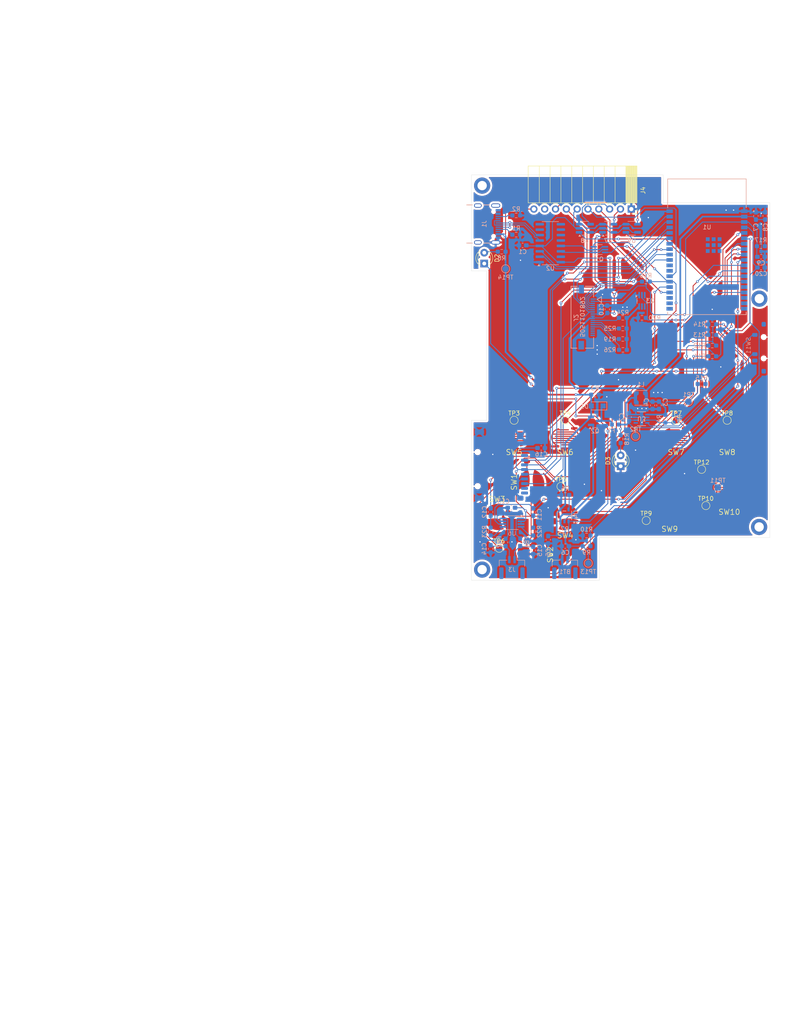
<source format=kicad_pcb>
(kicad_pcb (version 20240108) (generator "pcbnew") (generator_version "8.0")
  (layers (0 "F.Cu" signal) (31 "B.Cu" signal) (34 "B.Paste" user) (35 "F.Paste" user) (36 "B.SilkS" user "B.Silkscreen") (37 "F.SilkS" user "F.Silkscreen") (38 "B.Mask" user) (39 "F.Mask" user) (44 "Edge.Cuts" user))
  (net 0 "")
  (net 1 "GND")
  (net 2 "VBAT")
  (net 3 "P3V3")
  (net 4 "Net-(SW11-B)")
  (net 5 "VBUS")
  (net 6 "RESET")
  (net 7 "IO25")
  (net 8 "Net-(C11-Pad1)")
  (net 9 "Net-(C12-Pad2)")
  (net 10 "IO26")
  (net 11 "Net-(J3-Pin_1)")
  (net 12 "Net-(J3-Pin_2)")
  (net 13 "IO36")
  (net 14 "Net-(D1-K)")
  (net 15 "Net-(D2-A)")
  (net 16 "Net-(D2-K)")
  (net 17 "Net-(D3-A)")
  (net 18 "Net-(PAM8304-OUT+)")
  (net 19 "Net-(PAM8304-OUT-)")
  (net 22 "D+")
  (net 23 "D-")
  (net 27 "Net-(J1-CC1)")
  (net 30 "Net-(J1-CC2)")
  (net 32 "IO21")
  (net 33 "Net-(J2-LEDK1)")
  (net 34 "CS0")
  (net 36 "SCK")
  (net 37 "MOSI")
  (net 38 "MISO")
  (net 39 "IO15")
  (net 41 "Net-(J4-Pin_2)")
  (net 42 "IO4")
  (net 43 "Net-(J4-Pin_3)")
  (net 44 "Net-(J4-Pin_8)")
  (net 45 "Net-(U3-SW)")
  (net 46 "Net-(PAM8304-IN+)")
  (net 47 "Net-(PAM8304-IN-)")
  (net 48 "Net-(Q1A-B1)")
  (net 49 "Net-(Q1A-E1)")
  (net 50 "IO0")
  (net 51 "IO14")
  (net 52 "Net-(Q3A-C1)")
  (net 53 "Net-(U3-FB)")
  (net 54 "Net-(U4-ISEN)")
  (net 55 "IO35")
  (net 56 "Net-(R11-Pad2)")
  (net 57 "Net-(R12-Pad2)")
  (net 58 "IO34")
  (net 59 "IO39")
  (net 60 "IO2")
  (net 61 "IO13")
  (net 62 "IO27")
  (net 63 "IO33")
  (net 64 "IO32")
  (net 66 "Net-(SW11-A)")
  (net 78 "TX0")
  (net 84 "CS1")
  (net 86 "RX0")
  (net 87 "IO12")
  (net 101 "Net-(J2-LEDK4)")
  (net 102 "Net-(J2-LEDK2)")
  (net 107 "Net-(J2-LEDK3)")
  (footprint "Connector_PinSocket_2.54mm:PinSocket_1x10_P2.54mm_Horizontal" (layer "F.Cu") (at 166 51.5 -90)
    (property "Reference" "J4")
    (property "Value" "Conn_01x10_Pin")
  )
  (footprint "Conductive Button:CONDUCTIVE_BUTTON_DIRECTIONAL_THICK" (layer "F.Cu") (at 142.5 131.655 90)
    (property "Reference" "SW2")
    (property "Value" "DOWN")
  )
  (footprint "Conductive Button:CONDUCTIVE_BUTTON_STARTSELECT" (layer "F.Cu") (at 188.5 105)
    (property "Reference" "SW8")
    (property "Value" "START")
  )
  (footprint "Conductive Button:CONDUCTIVE_BUTTON" (layer "F.Cu") (at 175 121.75 180)
    (property "Reference" "SW9")
    (property "Value" "B")
  )
  (footprint "Conductive Button:CONDUCTIVE_BUTTON_STARTSELECT" (layer "F.Cu") (at 176.5 105)
    (property "Reference" "SW7")
    (property "Value" "SELECT")
  )
  (footprint "Conductive Button:CONDUCTIVE_BUTTON_DIRECTIONAL_THICK" (layer "F.Cu") (at 142.5 115.655 -90)
    (property "Reference" "SW1")
    (property "Value" "UP")
  )
  (footprint "Conductive Button:CONDUCTIVE_BUTTON_DIRECTIONAL_THICK" (layer "F.Cu") (at 134.5 123.655)
    (property "Reference" "SW3")
    (property "Value" "LEFT")
  )
  (footprint "TestPoint:TestPoint_Pad_D1.5mm" (layer "F.Cu") (at 169.5 124.5)
    (property "Reference" "TP9")
    (property "Value" "TestPoint")
  )
  (footprint "LED_THT:LED_D3.0mm" (layer "F.Cu") (at 163.5 111.77 90)
    (property "Reference" "D3")
    (property "Value" "LED")
  )
  (footprint "TestPoint:TestPoint_Pad_D1.5mm" (layer "F.Cu") (at 188.5 101)
    (property "Reference" "TP8")
    (property "Value" "TestPoint")
  )
  (footprint "Conductive Button:CONDUCTIVE_BUTTON_DIRECTIONAL_THICK" (layer "F.Cu") (at 150.5 123.655 180)
    (property "Reference" "SW4")
    (property "Value" "RIGHT")
  )
  (footprint "Conductive Button:CONDUCTIVE_BUTTON_STARTSELECT" (layer "F.Cu") (at 138.5 105)
    (property "Reference" "SW5")
    (property "Value" "MENU")
  )
  (footprint "TestPoint:TestPoint_Pad_D1.5mm" (layer "F.Cu") (at 182.5 112.5)
    (property "Reference" "TP12")
    (property "Value" "TestPoint")
  )
  (footprint "Conductive Button:CONDUCTIVE_BUTTON" (layer "F.Cu") (at 189 118 180)
    (property "Reference" "SW10")
    (property "Value" "A")
  )
  (footprint "TestPoint:TestPoint_Pad_D1.5mm" (layer "F.Cu") (at 149.5 116.5)
    (property "Reference" "TP5")
    (property "Value" "TestPoint")
  )
  (footprint "TestPoint:TestPoint_Pad_D1.5mm" (layer "F.Cu") (at 135 131)
    (property "Reference" "TP6")
    (property "Value" "TestPoint")
  )
  (footprint "Conductive Button:CONDUCTIVE_BUTTON_STARTSELECT" (layer "F.Cu") (at 150.5 105)
    (property "Reference" "SW6")
    (property "Value" "VOLUME")
  )
  (footprint "MountingHole:MountingHole_2.2mm_M2_DIN965_Pad" (layer "F.Cu") (at 131 46)
    (property "Reference" "H2" (hide yes))
    (property "Value" "MountingHole_Pad")
  )
  (footprint "LED_THT:LED_D3.0mm" (layer "F.Cu") (at 131.5 64.27 90)
    (property "Reference" "D2")
    (property "Value" "LED")
  )
  (footprint "TestPoint:TestPoint_Pad_D1.5mm" (layer "F.Cu") (at 176.5 101)
    (property "Reference" "TP7")
    (property "Value" "TestPoint")
  )
  (footprint "TestPoint:TestPoint_Pad_D1.5mm" (layer "F.Cu") (at 183.5 121)
    (property "Reference" "TP10")
    (property "Value" "TestPoint")
  )
  (footprint "MountingHole:MountingHole_2.2mm_M2_DIN965_Pad" (layer "F.Cu") (at 196 126)
    (property "Reference" "H1" (hide yes))
    (property "Value" "MountingHole_Pad")
  )
  (footprint "MountingHole:MountingHole_2.2mm_M2_DIN965_Pad" (layer "F.Cu") (at 196.05 72.5)
    (property "Reference" "H4" (hide yes))
    (property "Value" "MountingHole_Pad")
  )
  (footprint "TestPoint:TestPoint_Pad_D1.5mm" (layer "F.Cu") (at 138.5 101)
    (property "Reference" "TP3")
    (property "Value" "TestPoint")
  )
  (footprint "MountingHole:MountingHole_2.2mm_M2_DIN965_Pad" (layer "F.Cu") (at 131 136)
    (property "Reference" "H3" (hide yes))
    (property "Value" "MountingHole_Pad")
  )
  (footprint "TestPoint:TestPoint_Pad_D1.5mm" (layer "F.Cu") (at 150.5 101)
    (property "Reference" "TP4")
    (property "Value" "TestPoint")
  )
  (footprint "Capacitor_SMD:C_0603_1608Metric_Pad1.08x0.95mm_HandSolder" (layer "B.Cu") (at 196.45 65.2)
    (property "Reference" "C20")
    (property "Value" "0.1uF")
  )
  (footprint "Resistor_SMD:R_0603_1608Metric_Pad0.98x0.95mm_HandSolder" (layer "B.Cu") (at 155.5 128 180)
    (property "Reference" "R10")
    (property "Value" "100k")
  )
  (footprint "Capacitor_SMD:C_0603_1608Metric_Pad1.08x0.95mm_HandSolder" (layer "B.Cu") (at 172.5 97.5 -90)
    (property "Reference" "C3")
    (property "Value" "22uF")
  )
  (footprint "Inductor_SMD:L_0603_1608Metric_Pad1.05x0.95mm_HandSolder" (layer "B.Cu") (at 136.5 129.625 90)
    (property "Reference" "FB2")
    (property "Value" "FerriteBead")
  )
  (footprint "Diode_SMD:Nexperia_CFP3_SOD-123W" (layer "B.Cu") (at 158 97.640449 180)
    (property "Reference" "D1")
    (property "Value" "D_Schottky")
  )
  (footprint "Resistor_SMD:R_0603_1608Metric_Pad0.98x0.95mm_HandSolder" (layer "B.Cu") (at 182.5 92.5 180)
    (property "Reference" "R15")
    (property "Value" "10k")
  )
  (footprint "mp2161:TSOT23-8_MP2161_MNP" (layer "B.Cu") (at 168.410449 100.640449)
    (property "Reference" "U3")
    (property "Value" "MP2161GJ-Z")
  )
  (footprint "XC6802A42XMR:SOP_XC6802_TOR" (layer "B.Cu") (at 150.32321 123.29884 90)
    (property "Reference" "U4")
    (property "Value" "XC6802A42XMR-G")
  )
  (footprint "Capacitor_SMD:C_0603_1608Metric_Pad1.08x0.95mm_HandSolder" (layer "B.Cu") (at 133 131.1375 90)
    (property "Reference" "C14")
    (property "Value" "u.1uF")
  )
  (footprint "TestPoint:TestPoint_Pad_D1.5mm" (layer "B.Cu") (at 136.5 65.5 180)
    (property "Reference" "TP14")
    (property "Value" "TestPoint")
  )
  (footprint "Resistor_SMD:R_0603_1608Metric_Pad0.98x0.95mm_HandSolder" (layer "B.Cu") (at 139 53)
    (property "Reference" "R2")
    (property "Value" "5.1k")
  )
  (footprint "Connector_JST:JST_GH_SM02B-GHS-TB_1x02-1MP_P1.25mm_Horizontal" (layer "B.Cu") (at 150.4125 135.5 180)
    (property "Reference" "BT1")
    (property "Value" "Battery_Cell")
  )
  (footprint "usb4105:GCT_USB4105-GF-A" (layer "B.Cu") (at 130 55 90)
    (property "Reference" "J1")
    (property "Value" "USB4105-GF-A")
  )
  (footprint "MK-12F03-G015:MK-12F03-G015" (layer "B.Cu") (at 202.5 81 -90)
    (property "Reference" "SW11")
    (property "Value" "SW_SPDT")
  )
  (footprint "Capacitor_SMD:C_0603_1608Metric_Pad1.08x0.95mm_HandSolder" (layer "B.Cu") (at 140.5 60 180)
    (property "Reference" "C1")
    (property "Value" "0.1uF")
  )
  (footprint "Capacitor_SMD:C_0603_1608Metric_Pad1.08x0.95mm_HandSolder" (layer "B.Cu") (at 143 122.5 90)
    (property "Reference" "C11")
    (property "Value" "0.1uF")
  )
  (footprint "Resistor_SMD:R_0603_1608Metric_Pad0.98x0.95mm_HandSolder" (layer "B.Cu") (at 164 79.5 180)
    (property "Reference" "R25")
    (property "Value" "21R")
  )
  (footprint "TestPoint:TestPoint_Pad_D1.5mm" (layer "B.Cu") (at 179.410449 96.640449 180)
    (property "Reference" "TP1")
    (property "Value" "TestPoint")
  )
  (footprint "Package_SO:MSOP-8_3x3mm_P0.65mm" (layer "B.Cu") (at 138 125 180)
    (property "Reference" "PAM8304" (hide yes))
    (property "Value" "~")
  )
  (footprint "Inductor_SMD:L_Coilcraft_LPS3010" (layer "B.Cu") (at 168.25 95.75)
    (property "Reference" "L1")
    (property "Value" "1uH")
  )
  (footprint "Resistor_SMD:R_0603_1608Metric_Pad0.98x0.95mm_HandSolder" (layer "B.Cu") (at 196.4 60.2 180)
    (property "Reference" "R17")
    (property "Value" "10k")
  )
  (footprint "Package_SO:SOIC-16_3.9x9.9mm_P1.27mm" (layer "B.Cu") (at 147 59.5)
    (property "Reference" "U2")
    (property "Value" "CH340C")
  )
  (footprint "Inductor_SMD:L_0603_1608Metric_Pad1.05x0.95mm_HandSolder" (layer "B.Cu") (at 139.927589 129.601973 90)
    (property "Reference" "FB1")
    (property "Value" "FerriteBead")
  )
  (footprint "Capacitor_SMD:C_0603_1608Metric_Pad1.08x0.95mm_HandSolder" (layer "B.Cu") (at 196.45 62.7)
    (property "Reference" "C9")
    (property "Value" "0.1uF")
  )
  (footprint "SOFNG:SOFNG_TF-15x15" (layer "B.Cu") (at 134.95 118.05 90)
    (property "Reference" "U6")
    (property "Value" "~")
  )
  (footprint "Resistor_SMD:R_0603_1608Metric_Pad0.98x0.95mm_HandSolder" (layer "B.Cu") (at 150.5 118.5 180)
    (property "Reference" "R6")
    (property "Value" "100k")
  )
  (footprint "Resistor_SMD:R_0603_1608Metric_Pad0.98x0.95mm_HandSolder" (layer "B.Cu") (at 139 57.5)
    (property "Reference" "R1")
    (property "Value" "5.1k")
  )
  (footprint "Resistor_SMD:R_0603_1608Metric_Pad0.98x0.95mm_HandSolder" (layer "B.Cu") (at 185 81)
    (property "Reference" "R13")
    (property "Value" "10k")
  )
  (footprint "Resistor_SMD:R_0603_1608Metric_Pad0.98x0.95mm_HandSolder" (layer "B.Cu") (at 135.5875 61.5 180)
    (property "Reference" "R8")
    (property "Value" "2k")
  )
  (footprint "Resistor_SMD:R_0603_1608Metric_Pad0.98x0.95mm_HandSolder" (layer "B.Cu") (at 168.5 77 180)
    (property "Reference" "R20")
    (property "Value" "10k")
  )
  (footprint "Capacitor_SMD:C_0603_1608Metric_Pad1.08x0.95mm_HandSolder" (layer "B.Cu") (at 195.25 53.1 90)
    (property "Reference" "C7")
    (property "Value" "22uF")
  )
  (footprint "Resistor_SMD:R_0603_1608Metric_Pad0.98x0.95mm_HandSolder" (layer "B.Cu") (at 164 81.95 180)
    (property "Reference" "R19")
    (property "Value" "21R")
  )
  (footprint "Package_TO_SOT_SMD:SOT-23-5_HandSoldering" (layer "B.Cu") (at 166.1 56)
    (property "Reference" "U9")
    (property "Value" "NC7SZ125M5X")
  )
  (footprint "Package_TO_SOT_SMD:SOT-363_SC-70-6_Handsoldering" (layer "B.Cu") (at 158.5 61)
    (property "Reference" "Q1")
    (property "Value" "UMH3N")
  )
  (footprint "TestPoint:TestPoint_Pad_D1.5mm" (layer "B.Cu") (at 186.3 116.75 180)
    (property "Reference" "TP11")
    (property "Value" "TestPoint")
  )
  (footprint "Resistor_SMD:R_0603_1608Metric_Pad0.98x0.95mm_HandSolder" (layer "B.Cu") (at 164 77 180)
    (property "Reference" "R24")
    (property "Value" "21R")
  )
  (footprint "Capacitor_SMD:C_0603_1608Metric_Pad1.08x0.95mm_HandSolder" (layer "B.Cu") (at 137.8625 121.5 180)
    (property "Reference" "C13")
    (property "Value" "0.1uF")
  )
  (footprint "Capacitor_SMD:C_0603_1608Metric_Pad1.08x0.95mm_HandSolder" (layer "B.Cu") (at 143 131.5 90)
    (property "Reference" "C15")
    (property "Value" "u.1uF")
  )
  (footprint "Capacitor_SMD:C_0603_1608Metric_Pad1.08x0.95mm_HandSolder" (layer "B.Cu") (at 197.4 53.1 90)
    (property "Reference" "C8")
    (property "Value" "0.1uF")
  )
  (footprint "Resistor_SMD:R_0603_1608Metric_Pad0.98x0.95mm_HandSolder" (layer "B.Cu") (at 155.5 130.5)
    (property "Reference" "R9")
    (property "Value" "100k")
  )
  (footprint "Resistor_SMD:R_0603_1608Metric_Pad0.98x0.95mm_HandSolder" (layer "B.Cu") (at 185 86 180)
    (property "Reference" "R11")
    (property "Value" "10k")
  )
  (footprint "footprints:ESP32-WROVER-E_EXP" (layer "B.Cu") (at 183.75 60.33341 180)
    (property "Reference" "U1")
    (property "Value" "ESP32-WROVER-E-N16R8")
  )
  (footprint "Fuse:Fuse_0603_1608Metric" (layer "B.Cu") (at 162.25 102)
    (property "Reference" "F1")
    (property "Value" "Fuse")
  )
  (footprint "Package_TO_SOT_SMD:SOT-23" (layer "B.Cu") (at 157.5 101.140449)
    (property "Reference" "Q2")
    (property "Value" "PMOS")
  )
  (footprint "Resistor_SMD:R_0603_1608Metric_Pad0.98x0.95mm_HandSolder" (layer "B.Cu") (at 185 83.5 180)
    (property "Reference" "R12")
    (property "Value" "10k")
  )
  (footprint "Resistor_SMD:R_0603_1608Metric_Pad0.98x0.95mm_HandSolder" (layer "B.Cu") (at 164.0375 84.5 180)
    (property "Reference" "R26")
    (property "Value" "21R")
  )
  (footprint "Capacitor_SMD:C_0603_1608Metric_Pad1.08x0.95mm_HandSolder" (layer "B.Cu") (at 160.3625 75 90)
    (property "Reference" "C10")
    (property "Value" "0.1uF")
  )
  (footprint "TestPoint:TestPoint_Pad_D1.5mm" (layer "B.Cu") (at 167 104.75 180)
    (property "Reference" "TP2")
    (property "Value" "TestPoint")
  )
  (footprint "Capacitor_SMD:C_0603_1608Metric_Pad1.08x0.95mm_HandSolder" (layer "B.Cu") (at 144.8625 107.5)
    (property "Reference" "C16")
    (property "Value" "10uF")
  )
  (footprint "Resistor_SMD:R_0603_1608Metric_Pad0.98x0.95mm_HandSolder" (layer "B.Cu") (at 169.4125 68.5 180)
    (property "Reference" "R16")
    (property "Value" "10k")
  )
  (footprint "Capacitor_SMD:C_0603_1608Metric_Pad1.08x0.95mm_HandSolder" (layer "B.Cu") (at 150.5 130.5 180)
    (property "Reference" "C6")
    (property "Value" "0.1uF")
  )
  (footprint "Resistor_SMD:R_0603_1608Metric_Pad0.98x0.95mm_HandSolder" (layer "B.Cu") (at 185 78.5)
    (property "Reference" "R14")
    (property "Value" "10k")
  )
  (footprint "Resistor_SMD:R_0603_1608Metric_Pad0.98x0.95mm_HandSolder" (layer "B.Cu") (at 174 100.640449 -90)
    (property "Reference" "R4")
    (property "Value" "200k")
  )
  (footprint "Capacitor_SMD:C_0603_1608Metric_Pad1.08x0.95mm_HandSolder" (layer "B.Cu") (at 133 122.5 -90)
    (property "Reference" "C12")
    (property "Value" "u.1uF")
  )
  (footprint "Resistor_SMD:R_0603_1608Metric_Pad0.98x0.95mm_HandSolder" (layer "B.Cu") (at 133 127.0875 -90)
    (property "Reference" "R23")
    (property "Value" "100k")
  )
  (footprint "Resistor_SMD:R_0603_1608Metric_Pad0.98x0.95mm_HandSolder" (layer "B.Cu") (at 157.5 95)
    (property "Reference" "R3")
    (property "Value" "100k")
  )
  (footprint "Package_TO_SOT_SMD:SOT-363_SC-70-6_Handsoldering" (layer "B.Cu") (at 168.5 73 -90)
    (property "Reference" "Q3")
    (property "Value" "UMH3N")
  )
  (footprint "Resistor_SMD:R_0603_1608Metric_Pad0.98x0.95mm_HandSolder" (layer "B.Cu") (at 175.910449 100.640449 90)
    (property "Reference" "R5")
    (property "Value" "44k2")
  )
  (footprint "Capacitor_SMD:C_0603_1608Metric_Pad1.08x0.95mm_HandSolder" (layer "B.Cu") (at 171 97.5 -90)
    (property "Reference" "C4")
    (property "Value" "10uF")
  )
  (footprint "Resistor_SMD:R_0603_1608Metric_Pad0.98x0.95mm_HandSolder" (layer "B.Cu") (at 143 127.0875 90)
    (property "Reference" "R22")
    (property "Value" "100k")
  )
  (footprint "Package_TO_SOT_SMD:SOT-23-5_HandSoldering" (layer "B.Cu") (at 155.1 56)
    (property "Reference" "U8")
    (property "Value" "NC7SZ125M5X")
  )
  (footprint "Resistor_SMD:R_0603_1608Metric_Pad0.98x0.95mm_HandSolder" (layer "B.Cu") (at 150.4125 128)
    (property "Reference" "R7")
    (property "Value" "10k")
  )
  (footprint "TestPoint:TestPoint_Pad_D1.5mm" (layer "B.Cu") (at 155.9125 134.5 180)
    (property "Reference" "TP13")
    (property "Value" "TestPoint")
  )
  (footprint "Capacitor_SMD:C_0603_1608Metric_Pad1.08x0.95mm_HandSolder" (layer "B.Cu") (at 146.5 129 -90)
    (property "Reference" "C5")
    (property "Value" "10uF")
  )
  (footprint "Package_TO_SOT_SMD:SOT-23-5_HandSoldering" (layer "B.Cu") (at 160.6 56)
    (property "Reference" "U7")
    (property "Value" "NC7SZ125M5X")
  )
  (footprint "Resistor_SMD:R_0603_1608Metric_Pad0.98x0.95mm_HandSolder" (layer "B.Cu") (at 163.5 105.4125 90)
    (property "Reference" "R18")
    (property "Value" "2k")
  )
  (footprint "Capacitor_SMD:C_0603_1608Metric_Pad1.08x0.95mm_HandSolder" (layer "B.Cu") (at 165.5 100.25 90)
    (property "Reference" "C2")
    (property "Value" "0.1uF")
  )
  (footprint "Connector_JST:JST_GH_SM02B-GHS-TB_1x02-1MP_P1.25mm_Horizontal" (layer "B.Cu") (at 138 135.5 180)
    (property "Reference" "J3")
    (property "Value" "Conn_01x02_Pin")
  )
  (footprint "5051101892:CON_5051101892_MOL" (layer "B.Cu") (at 154.5 76.85 90)
    (property "Reference" "J2")
    (property "Value" "5051101892")
  )
  (gr_line (start 128.5 101) (end 132 101) (stroke (width 0.05)) (layer "Edge.Cuts"))
  (gr_line (start 158.5 128.5) (end 198.5 128.5) (stroke (width 0.05)) (layer "Edge.Cuts"))
  (gr_line (start 128.5 66) (end 132 66) (stroke (width 0.05)) (layer "Edge.Cuts"))
  (gr_line (start 158.5 138.5) (end 158.5 128.5) (stroke (width 0.05)) (layer "Edge.Cuts"))
  (gr_line (start 132 66) (end 132 101) (stroke (width 0.05)) (layer "Edge.Cuts"))
  (gr_line (start 128.5 138.5) (end 158.5 138.5) (stroke (width 0.05)) (layer "Edge.Cuts"))
  (gr_line (start 128.5 43.5) (end 128.5 66) (stroke (width 0.05)) (layer "Edge.Cuts"))
  (gr_line (start 173.5 50) (end 198.5 50) (stroke (width 0.05)) (layer "Edge.Cuts"))
  (gr_line (start 128.5 43.5) (end 173.5 43.5) (stroke (width 0.05)) (layer "Edge.Cuts"))
  (gr_line (start 198.5 50) (end 198.5 128.5) (stroke (width 0.05)) (layer "Edge.Cuts"))
  (gr_line (start 128.5 138.5) (end 128.5 101) (stroke (width 0.05)) (layer "Edge.Cuts"))
  (gr_line (start 173.5 43.5) (end 173.5 50) (stroke (width 0.05)) (layer "Edge.Cuts"))
  (segment (start 196.5 55) (end 196.5 52.5) (width 0.2) (layer "F.Cu") (net 1))
  (via (at 168.5 101.5) (size 0.6) (drill 0.3) (layers "F.Cu" "B.Cu") (net 1))
  (via (at 168.5 98.25) (size 0.6) (drill 0.3) (layers "F.Cu" "B.Cu") (net 1))
  (via (at 160.25 95.5) (size 0.6) (drill 0.3) (layers "F.Cu" "B.Cu") (net 1))
  (via (at 196.5 52.5) (size 0.6) (drill 0.3) (layers "F.Cu" "B.Cu") (net 1))
  (via (at 196.5 55) (size 0.6) (drill 0.3) (layers "F.Cu" "B.Cu") (net 1))
  (via (at 165 74.5) (size 0.6) (drill 0.3) (layers "F.Cu" "B.Cu") (net 1))
  (via (at 164 74.5) (size 0.6) (drill 0.3) (layers "F.Cu" "B.Cu") (net 1))
  (via (at 190 51.75) (size 0.6) (drill 0.3) (layers "F.Cu" "B.Cu") (net 1))
  (via (at 167 108) (size 0.6) (drill 0.3) (layers "F.Cu" "B.Cu") (net 1))
  (via (at 187 88.5) (size 0.6) (drill 0.3) (layers "F.Cu" "B.Cu") (net 1))
  (via (at 159.25 71.5) (size 0.6) (drill 0.3) (layers "F.Cu" "B.Cu") (net 1))
  (via (at 159 117.5) (size 0.6) (drill 0.3) (layers "F.Cu" "B.Cu") (net 1))
  (via (at 147.5 132.5) (size 0.6) (drill 0.3) (layers "F.Cu" "B.Cu") (net 1))
  (via (at 158 84.5) (size 0.6) (drill 0.3) (layers "F.Cu" "B.Cu") (net 1))
  (via (at 172.25 94.5) (size 0.6) (drill 0.3) (layers "F.Cu" "B.Cu") (net 1))
  (via (at 188.25 51.75) (size 0.6) (drill 0.3) (layers "F.Cu" "B.Cu") (net 1))
  (via (at 167.5 98.25) (size 0.6) (drill 0.3) (layers "F.Cu" "B.Cu") (net 1))
  (via (at 140 63.5) (size 0.6) (drill 0.3) (layers "F.Cu" "B.Cu") (net 1))
  (via (at 146.5 121.5) (size 0.6) (drill 0.3) (layers "F.Cu" "B.Cu") (net 1))
  (via (at 185 75) (size 0.6) (drill 0.3) (layers "F.Cu" "B.Cu") (net 1))
  (via (at 138 129.5) (size 0.6) (drill 0.3) (layers "F.Cu" "B.Cu") (net 1))
  (via (at 178.5 113.5) (size 0.6) (drill 0.3) (layers "F.Cu" "B.Cu") (net 1))
  (via (at 173.25 94.5) (size 0.6) (drill 0.3) (layers "F.Cu" "B.Cu") (net 1))
  (via (at 158 85.5) (size 0.6) (drill 0.3) (layers "F.Cu" "B.Cu") (net 1))
  (via (at 133.5 109) (size 0.6) (drill 0.3) (layers "F.Cu" "B.Cu") (net 1))
  (via (at 155 116) (size 0.6) (drill 0.3) (layers "F.Cu" "B.Cu") (net 1))
  (via (at 163 91.5) (size 0.6) (drill 0.3) (layers "F.Cu" "B.Cu") (net 1))
  (via (at 171.25 94.5) (size 0.6) (drill 0.3) (layers "F.Cu" "B.Cu") (net 1))
  (via (at 158 83.5) (size 0.6) (drill 0.3) (layers "F.Cu" "B.Cu") (net 1))
  (via (at 153 129) (size 0.6) (drill 0.3) (layers "F.Cu" "B.Cu") (net 1))
  (via (at 170 53.5) (size 0.6) (drill 0.3) (layers "F.Cu" "B.Cu") (net 1))
  (via (at 130.5 129.5) (size 0.6) (drill 0.3) (layers "F.Cu" "B.Cu") (net 1))
  (via (at 169.5 98.25) (size 0.6) (drill 0.3) (layers "F.Cu" "B.Cu") (net 1))
  (segment (start 160.3625 74.1375) (end 159.3625 74.1375) (width 0.2) (layer "B.Cu") (net 1))
  (segment (start 150.32321 124.49264) (end 150.32321 124.69584) (width 0.2) (layer "B.Cu") (net 1))
  (segment (start 160.029999 55.05) (end 159.25 55.05) (width 0.2) (layer "B.Cu") (net 1))
  (segment (start 159 75.5) (end 158.400001 76.099999) (width 0.2) (layer "B.Cu") (net 1))
  (segment (start 134.5 124.099999) (end 134.5 122) (width 0.2) (layer "B.Cu") (net 1))
  (segment (start 159 117.5) (end 159 118.5) (width 0.2) (layer "B.Cu") (net 1))
  (segment (start 167.057201 99.66545) (end 165.77795 99.66545) (width 0.4) (layer "B.Cu") (net 1))
  (segment (start 134.755 58.745) (end 134.18 59.32) (width 0.6) (layer "B.Cu") (net 1))
  (segment (start 154 123.5) (end 151.31585 123.5) (width 0.2) (layer "B.Cu") (net 1))
  (segment (start 165.77795 99.66545) (end 165.5 99.3875) (width 0.4) (layer "B.Cu") (net 1))
  (segment (start 135.075001 124.675) (end 134.5 124.099999) (width 0.2) (layer "B.Cu") (net 1))
  (segment (start 197.3125 62.7) (end 196.525 61.9125) (width 0.2) (layer "B.Cu") (net 1))
  (segment (start 159.25 55.05) (end 158.45 55.05) (width 0.2) (layer "B.Cu") (net 1))
  (segment (start 173.5 52) (end 175 52) (width 0.2) (layer "B.Cu") (net 1))
  (segment (start 157.5 56) (end 155.5 56) (width 0.2) (layer "B.Cu") (net 1))
  (segment (start 163.082843 55.967157) (end 160.947156 55.967157) (width 0.2) (layer "B.Cu") (net 1))
  (segment (start 196.525 61.9125) (end 196.525 55.025) (width 0.2) (layer "B.Cu") (net 1))
  (segment (start 159 118.5) (end 154 123.5) (width 0.2) (layer "B.Cu") (net 1))
  (segment (start 156.95 72.599998) (end 158.150002 72.599998) (width 0.2) (layer "B.Cu") (net 1))
  (segment (start 155.5 56) (end 154.55 55.05) (width 0.2) (layer "B.Cu") (net 1))
  (segment (start 158.150002 72.599998) (end 159.25 71.5) (width 0.2) (layer "B.Cu") (net 1))
  (segment (start 160.947156 55.967157) (end 160.029999 55.05) (width 0.2) (layer "B.Cu") (net 1))
  (segment (start 169.763697 100.315448) (end 169.061348 100.315448) (width 0.4) (layer "B.Cu") (net 1))
  (segment (start 164.75 55.05) (end 165.55 55.05) (width 0.2) (layer "B.Cu") (net 1))
  (segment (start 151.31585 123.5) (end 150.32321 124.49264) (width 0.2) (layer "B.Cu") (net 1))
  (segment (start 168.5 99.7541) (end 168.5 98.25) (width 0.4) (layer "B.Cu") (net 1))
  (segment (start 168.5 99.7541) (end 168.41135 99.66545) (width 0.4) (layer "B.Cu") (net 1))
  (segment (start 166.5 56) (end 169.5 56) (width 0.2) (layer "B.Cu") (net 1))
  (segment (start 159.3625 74.1375) (end 159 74.5) (width 0.2) (layer "B.Cu") (net 1))
  (segment (start 169.5 56) (end 173.5 52) (width 0.2) (layer "B.Cu") (net 1))
  (segment (start 164 55.05) (end 163.082843 55.967157) (width 0.2) (layer "B.Cu") (net 1))
  (segment (start 164.75 55.05) (end 164 55.05) (width 0.2) (layer "B.Cu") (net 1))
  (segment (start 134.755 58.2) (end 134.755 58.745) (width 0.6) (layer "B.Cu") (net 1))
  (segment (start 165.55 55.05) (end 166.5 56) (width 0.2) (layer "B.Cu") (net 1))
  (segment (start 140.95 114.75) (end 140.15 114.75) (width 0.2) (layer "B.Cu") (net 1))
  (segment (start 139 118.3) (end 139.95 119.25) (width 0.2) (layer "B.Cu") (net 1))
  (segment (start 168.41135 99.66545) (end 167.057201 99.66545) (width 0.4) (layer "B.Cu") (net 1))
  (segment (start 135.8875 124.675) (end 135.075001 124.675) (width 0.2) (layer "B.Cu") (net 1))
  (segment (start 196.525 55.025) (end 196.5 55) (width 0.2) (layer "B.Cu") (net 1))
  (segment (start 154.55 55.05) (end 153.75 55.05) (width 0.2) (layer "B.Cu") (net 1))
  (segment (start 135 121.5) (end 137 121.5) (width 0.2) (layer "B.Cu") (net 1))
  (segment (start 158.400001 76.099999) (end 156.95 76.099999) (width 0.2) (layer "B.Cu") (net 1))
  (segment (start 159 74.5) (end 159 75.5) (width 0.2) (layer "B.Cu") (net 1))
  (segment (start 140.15 114.75) (end 139 115.9) (width 0.2) (layer "B.Cu") (net 1))
  (segment (start 139 115.9) (end 139 118.3) (width 0.2) (layer "B.Cu") (net 1))
  (segment (start 134.5 122) (end 135 121.5) (width 0.2) (layer "B.Cu") (net 1))
  (segment (start 169.061348 100.315448) (end 168.5 99.7541) (width 0.4) (layer "B.Cu") (net 1))
  (segment (start 158.45 55.05) (end 157.5 56) (width 0.2) (layer "B.Cu") (net 1))
  (segment (start 150 123) (end 149.373209 123.626791) (width 0.4) (layer "B.Cu") (net 2))
  (segment (start 152 123) (end 150 123) (width 0.4) (layer "B.Cu") (net 2))
  (segment (start 150.5375 129.675) (end 150.5375 126.5375) (width 0.4) (layer "B.Cu") (net 2))
  (segment (start 149.373209 125.373209) (end 149.373209 124.69584) (width 0.4) (layer "B.Cu") (net 2))
  (segment (start 155.9125 131.825) (end 154.5875 130.5) (width 0.2) (layer "B.Cu") (net 2))
  (segment (start 157.0625 117.9375) (end 152 123) (width 0.4) (layer "B.Cu") (net 2))
  (segment (start 154.5875 130.5) (end 151.3625 130.5) (width 0.2) (layer "B.Cu") (net 2))
  (segment (start 157.0625 102.090449) (end 157.0625 117.9375) (width 0.4) (layer "B.Cu") (net 2))
  (segment (start 155.9125 134.5) (end 155.9125 131.825) (width 0.2) (layer "B.Cu") (net 2))
  (segment (start 149.373209 123.626791) (end 149.373209 124.69584) (width 0.4) (layer "B.Cu") (net 2))
  (segment (start 151.3625 130.5) (end 150.5375 129.675) (width 0.4) (layer "B.Cu") (net 2))
  (segment (start 150.5375 126.5375) (end 149.373209 125.373209) (width 0.4) (layer "B.Cu") (net 2))
  (segment (start 151.3625 130.5) (end 151.3625 133.325) (width 0.4) (layer "B.Cu") (net 2))
  (segment (start 151.3625 133.325) (end 151.0375 133.65) (width 0.4) (layer "B.Cu") (net 2))
  (segment (start 138.660685 123.5) (end 137.415685 122.255) (width 0.2) (layer "F.Cu") (net 3))
  (segment (start 161 63) (end 161 70.5) (width 0.2) (layer "F.Cu") (net 3))
  (segment (start 142.5 123.5) (end 142.5 119.155) (width 0.2) (layer "F.Cu") (net 3))
  (segment (start 141.225 122.225) (end 142.5 123.5) (width 0.2) (layer "F.Cu") (net 3))
  (segment (start 142.5 123.5) (end 138.660685 123.5) (width 0.2) (layer "F.Cu") (net 3))
  (segment (start 146.279315 123.5) (end 147.717158 124.937843) (width 0.2) (layer "F.Cu") (net 3))
  (segment (start 161 70.5) (end 162 71.5) (width 0.2) (layer "F.Cu") (net 3))
  (segment (start 141.225 122.225) (end 139 120) (width 0.2) (layer "F.Cu") (net 3))
  (segment (start 162 71.5) (end 162 76) (width 0.2) (layer "F.Cu") (net 3))
  (segment (start 142.5 119.155) (end 143.217158 118.437842) (width 0.2) (layer "F.Cu") (net 3))
  (segment (start 148.5 93.5) (end 153 93.5) (width 0.2) (layer "F.Cu") (net 3))
  (segment (start 142.5 123.5) (end 146.279315 123.5) (width 0.2) (layer "F.Cu") (net 3))
  (segment (start 142.5 123.5) (end 142.5 128.555) (width 0.2) (layer "F.Cu") (net 3))
  (segment (start 142.5 128.555) (end 141.9 129.155) (width 0.2) (layer "F.Cu") (net 3))
  (segment (start 139 120) (end 139 113) (width 0.2) (layer "F.Cu") (net 3))
  (via (at 162 76) (size 0.6) (drill 0.3) (layers "F.Cu" "B.Cu") (net 3))
  (via (at 153 93.5) (size 0.6) (drill 0.3) (layers "F.Cu" "B.Cu") (net 3))
  (via (at 161 63) (size 0.6) (drill 0.3) (layers "F.Cu" "B.Cu") (net 3))
  (via (at 162 71.5) (size 0.6) (drill 0.3) (layers "F.Cu" "B.Cu") (net 3))
  (via (at 139 113) (size 0.6) (drill 0.3) (layers "F.Cu" "B.Cu") (net 3))
  (via (at 141.225 122.225) (size 0.6) (drill 0.3) (layers "F.Cu" "B.Cu") (net 3))
  (via (at 148.5 93.5) (size 0.6) (drill 0.3) (layers "F.Cu" "B.Cu") (net 3))
  (segment (start 140.924999 124.675) (end 140.1125 124.675) (width 0.2) (layer "B.Cu") (net 3))
  (segment (start 147.5 54.5) (end 147.5 58.5) (width 0.2) (layer "B.Cu") (net 3))
  (segment (start 172.547949 96.6375) (end 173.410449 97.5) (width 0.4) (layer "B.Cu") (net 3))
  (segment (start 141.225 122.225) (end 141.225 124.374999) (width 0.2) (layer "B.Cu") (net 3))
  (segment (start 140.95 112.55) (end 139.45 112.55) (width 0.2) (layer "B.Cu") (net 3))
  (segment (start 160.95 56.95) (end 160 56) (width 0.2) (layer "B.Cu") (net 3))
  (segment (start 144.525 60.135) (end 141.4975 60.135) (width 0.2) (layer "B.Cu") (net 3))
  (segment (start 139.45 112.55) (end 139 113) (width 0.2) (layer "B.Cu") (net 3))
  (segment (start 162 57) (end 161.95 56.95) (width 0.2) (layer "B.Cu") (net 3))
  (segment (start 164 56) (end 163 57) (width 0.2) (layer "B.Cu") (net 3))
  (segment (start 167.5 68.5) (end 165.5 70.5) (width 0.2) (layer "B.Cu") (net 3))
  (segment (start 153.75 56) (end 152.970001 56) (width 0.2) (layer "B.Cu") (net 3))
  (segment (start 161 63) (end 153.5 63) (width 0.2) (layer "B.Cu") (net 3))
  (segment (start 164.75 56) (end 164 56) (width 0.2) (layer "B.Cu") (net 3))
  (segment (start 165.238576 56) (end 164.75 56) (width 0.2) (layer "B.Cu") (net 3))
  (segment (start 148.680552 63.945) (end 144.870552 60.135) (width 0.2) (layer "B.Cu") (net 3))
  (segment (start 152.5 55.529999) (end 150.470001 53.5) (width 0.2) (layer "B.Cu") (net 3))
  (segment (start 162 76) (end 161.8625 75.8625) (width 0.2) (layer "B.Cu") (net 3))
  (segment (start 151.5 81.799998) (end 151.5 92) (width 0.4) (layer "B.Cu") (net 3))
  (segment (start 148.5 93.5) (end 148.5 110) (width 0.2) (layer "B.Cu") (net 3))
  (segment (start 169.52 94.22) (end 169.52 95.75) (width 0.4) (layer "B.Cu") (net 3))
  (segment (start 147.5 58.5) (end 145.865 60.135) (width 0.2) (layer "B.Cu") (net 3))
  (segment (start 157.470001 57) (end 156.5 57) (width 0.2) (layer "B.Cu") (net 3))
  (segment (start 140.1125 125.325) (end 140.1125 124.675) (width 0.2) (layer "B.Cu") (net 3))
  (segment (start 170.4075 96.6375) (end 171 96.6375) (width 0.4) (layer "B.Cu") (net 3))
  (segment (start 179.410449 96.640449) (end 174.27 96.640449) (width 0.2) (layer "B.Cu") (net 3))
  (segment (start 152.555 63.945) (end 149.475 63.945) (width 0.2) (layer "B.Cu") (net 3))
  (segment (start 161.95 56.95) (end 160.95 56.95) (width 0.2) (layer "B.Cu") (net 3))
  (segment (start 144 107.5) (end 140 107.5) (width 0.2) (layer "B.Cu") (net 3))
  (segment (start 168.5 68.5) (end 167.5 68.5) (width 0.2) (layer "B.Cu") (net 3))
  (segment (start 173.937501 99.66545) (end 174 99.727949) (width 0.4) (layer "B.Cu") (net 3))
  (segment (start 153 93.5) (end 168.8 93.5) (width 0.4) (layer "B.Cu") (net 3))
  (segment (start 163 57) (end 162 57) (width 0.2) (layer "B.Cu") (net 3))
  (segment (start 154.5 56) (end 154.365686 56) (width 0.2) (layer "B.Cu") (net 3))
  (segment (start 152.5 55.529999) (end 152.5 52.3) (width 0.2) (layer "B.Cu") (net 3))
  (segment (start 167.45 56.95) (end 167.4 57) (width 0.2) (layer "B.Cu") (net 3))
  (segment (start 153.5 63) (end 152.555 63.945) (width 0.2) (layer "B.Cu") (net 3))
  (segment (start 159.25 56) (end 158.470001 56) (width 0.2) (layer "B.Cu") (net 3))
  (segment (start 139 112.1) (end 139.45 112.55) (width 0.2) (layer "B.Cu") (net 3))
  (segment (start 156.5 57) (end 156.45 56.95) (width 0.2) (layer "B.Cu") (net 3))
  (segment (start 174.27 96.640449) (end 173.410449 97.5) (width 0.2) (layer "B.Cu") (net 3))
  (segment (start 150.470001 53.5) (end 148.5 53.5) (width 0.2) (layer "B.Cu") (net 3))
  (segment (start 159.225 77) (end 160.3625 75.8625) (width 0.2) (layer "B.Cu") (net 3))
  (segment (start 167.4 57) (end 166.238576 57) (width 0.2) (layer "B.Cu") (net 3))
  (segment (start 170.4075 96.6375) (end 169.52 95.75) (width 0.4) (layer "B.Cu") (net 3))
  (segment (start 169.763697 99.66545) (end 173.937501 99.66545) (width 0.4) (layer "B.Cu") (net 3))
  (segment (start 145.865 60.135) (end 144.525 60.135) (width 0.2) (layer "B.Cu") (net 3))
  (segment (start 156.95 77) (end 156.95 77.1) (width 0.2) (layer "B.Cu") (net 3))
  (segment (start 194.5575 53.27) (end 192.5 53.27) (width 0.2) (layer "B.Cu") (net 3))
  (segment (start 155.45 56.95) (end 154.5 56) (width 0.2) (layer "B.Cu") (net 3))
  (segment (start 181.5875 94.463398) (end 181.5875 92.5) (width 0.2) (layer "B.Cu") (net 3))
  (segment (start 152.970001 56) (end 152.5 55.529999) (width 0.2) (layer "B.Cu") (net 3))
  (segment (start 163 70.5) (end 162 71.5) (width 0.2) (layer "B.Cu") (net 3))
  (segment (start 169.52 93.98) (end 169.52 95.75) (width 0.4) (layer "B.Cu") (net 3))
  (segment (start 160 56) (end 159.65 56) (width 0.2) (layer "B.Cu") (net 3))
  (segment (start 166.238576 57) (end 165.238576 56) (width 0.2) (layer "B.Cu") (net 3))
  (segment (start 144.870552 60.135) (end 144.525 60.135) (width 0.2) (layer "B.Cu") (net 3))
  (segment (start 141.4975 60.135) (end 141.3625 60) (width 0.2) (layer "B.Cu") (net 3))
  (segment (start 156.95 77) (end 159.225 77) (width 0.2) (layer "B.Cu") (net 3))
  (segment (start 197.3125 54.05) (end 197.4 53.9625) (width 0.2) (layer "B.Cu") (net 3))
  (segment (start 148.5 53.5) (end 147.5 54.5) (width 0.2) (layer "B.Cu") (net 3))
  (segment (start 141.225 124.374999) (end 140.924999 124.675) (width 0.2) (layer "B.Cu") (net 3))
  (segment (start 139 108.5) (end 139 112.1) (width 0.2) (layer "B.Cu") (net 3))
  (segment (start 149.475 63.945) (end 148.680552 63.945) (width 0.2) (layer "B.Cu") (net 3))
  (segment (start 195.25 53.9625) (end 197.4 53.9625) (width 0.2) (layer "B.Cu") (net 3))
  (segment (start 140.5 121.5) (end 141.225 122.225) (width 0.2) (layer "B.Cu") (net 3))
  (segment (start 151.5 81.799998) (end 156.199998 77.1) (width 0.4) (layer "B.Cu") (net 3))
  (segment (start 148.5 110) (end 145.95 112.55) (width 0.2) (layer "B.Cu") (net 3))
  (segment (start 192.5 53.27) (end 182.73 53.27) (width 0.4) (layer "B.Cu") (net 3))
  (segment (start 140 107.5) (end 139 108.5) (width 0.2) (layer "B.Cu") (net 3))
  (segment (start 145.95 112.55) (end 140.95 112.55) (width 0.2) (layer "B.Cu") (net 3))
  (segment (start 177.5 86) (end 169.52 93.98) (width 0.4) (layer "B.Cu") (net 3))
  (segment (start 171 96.6375) (end 172.547949 96.6375) (width 0.4) (layer "B.Cu") (net 3))
  (segment (start 173.410449 97.5) (end 174 98.089551) (width 0.4) (layer "B.Cu") (net 3))
  (segment (start 151.5 92) (end 153 93.5) (width 0.4) (layer "B.Cu") (net 3))
  (segment (start 165.5 70.5) (end 163 70.5) (width 0.2) (layer "B.Cu") (net 3))
  (segment (start 156.199998 77.1) (end 156.95 77.1) (width 0.4) (layer "B.Cu") (net 3))
  (segment (start 195.25 53.9625) (end 194.5575 53.27) (width 0.2) (layer "B.Cu") (net 3))
  (segment (start 138.725 121.5) (end 140.5 121.5) (width 0.2) (layer "B.Cu") (net 3))
  (segment (start 197.3125 60.2) (end 197.3125 54.05) (width 0.2) (layer "B.Cu") (net 3))
  (segment (start 168.8 93.5) (end 169.52 94.22) (width 0.4) (layer "B.Cu") (net 3))
  (segment (start 156.45 56.95) (end 155.45 56.95) (width 0.2) (layer "B.Cu") (net 3))
  (segment (start 156.95 76.599998) (end 156.95 77) (width 0.4) (layer "B.Cu") (net 3))
  (segment (start 177.5 58.5) (end 177.5 86) (width 0.4) (layer "B.Cu") (net 3))
  (segment (start 158.470001 56) (end 157.470001 57) (width 0.2) (layer "B.Cu") (net 3))
  (segment (start 161.8625 75.8625) (end 160.3625 75.8625) (width 0.2) (layer "B.Cu") (net 3))
  (segment (start 179.410449 96.640449) (end 181.5875 94.463398) (width 0.2) (layer "B.Cu") (net 3))
  (segment (start 182.73 53.27) (end 177.5 58.5) (width 0.4) (layer "B.Cu") (net 3))
  (segment (start 174 98.089551) (end 174 99.727949) (width 0.4) (layer "B.Cu") (net 3))
  (segment (start 152.5 52.3) (end 153.3 51.5) (width 0.2) (layer "B.Cu") (net 3))
  (segment (start 177.5 102.740449) (end 167 102.740449) (width 0.2) (layer "B.Cu") (net 4))
  (segment (start 166.5 102.740449) (end 165.5 101.740449) (width 0.2) (layer "B.Cu") (net 4))
  (segment (start 165.5 101.5) (end 165.5 101.1125) (width 0.4) (layer "B.Cu") (net 4))
  (segment (start 165 102) (end 165.5 101.5) (width 0.4) (layer "B.Cu") (net 4))
  (segment (start 167 104.75) (end 167 102.740449) (width 0.2) (layer "B.Cu") (net 4))
  (segment (start 193.5125 86.425) (end 193.5125 86.727949) (width 0.2) (layer "B.Cu") (net 4))
  (segment (start 194.4375 85.5) (end 193.5125 86.425) (width 0.2) (layer "B.Cu") (net 4))
  (segment (start 165.5 101.740449) (end 165.5 101.1125) (width 0.2) (layer "B.Cu") (net 4))
  (segment (start 167.057201 100.96545) (end 165.64705 100.96545) (width 0.2) (layer "B.Cu") (net 4))
  (segment (start 163.0375 102) (end 165 102) (width 0.4) (layer "B.Cu") (net 4))
  (segment (start 165.64705 100.96545) (end 165.5 101.1125) (width 0.2) (layer "B.Cu") (net 4))
  (segment (start 167 102.740449) (end 166.5 102.740449) (width 0.2) (layer "B.Cu") (net 4))
  (segment (start 193.5125 86.727949) (end 177.5 102.740449) (width 0.2) (layer "B.Cu") (net 4))
  (segment (start 153 95) (end 146.5 95) (width 0.4) (layer "F.Cu") (net 5))
  (segment (start 146.5 95) (end 142.5 91) (width 0.4) (layer "F.Cu") (net 5))
  (segment (start 136.25 57.62) (end 136.5 57.37) (width 0.2) (layer "F.Cu") (net 5))
  (segment (start 136.5 52) (end 137 51.5) (width 0.2) (layer "F.Cu") (net 5))
  (segment (start 136.5 57.37) (end 136.5 52) (width 0.2) (layer "F.Cu") (net 5))
  (segment (start 137 51.5) (end 143.14 51.5) (width 0.2) (layer "F.Cu") (net 5))
  (via (at 136.25 57.62) (size 0.6) (drill 0.3) (layers "F.Cu" "B.Cu") (net 5))
  (via (at 142.5 91) (size 0.6) (drill 0.3) (layers "F.Cu" "B.Cu") (net 5))
  (via (at 153 95) (size 0.6) (drill 0.3) (layers "F.Cu" "B.Cu") (net 5))
  (segment (start 136.5 85) (end 142.5 91) (width 0.4) (layer "B.Cu") (net 5))
  (segment (start 136.25 57.62) (end 136.03 57.4) (width 0.4) (layer "B.Cu") (net 5))
  (segment (start 146.6375 128) (end 146.5 128.1375) (width 0.2) (layer "B.Cu") (net 5))
  (segment (start 150.502949 106.25) (end 156.251475 100.501475) (width 0.4) (layer "B.Cu") (net 5))
  (segment (start 156.251475 100.501475) (end 156.5625 100.190449) (width 0.4) (layer "B.Cu") (net 5))
  (segment (start 136.5 57.87) (end 136.5 61.5) (width 0.4) (layer "B.Cu") (net 5))
  (segment (start 134.755 57.4) (end 136.03 57.4) (width 0.4) (layer "B.Cu") (net 5))
  (segment (start 150.5 106.25) (end 150.502949 106.25) (width 0.4) (layer "B.Cu") (net 5))
  (segment (start 156.5875 100.16545) (end 156.5875 95) (width 0.4) (layer "B.Cu") (net 5))
  (segment (start 148.5 122.775049) (end 148.5 128) (width 0.4) (layer "B.Cu") (net 5))
  (segment (start 149.5 128) (end 148.5 128) (width 0.4) (layer "B.Cu") (net 5))
  (segment (start 156.251475 100.501475) (end 156.5875 100.16545) (width 0.4) (layer "B.Cu") (net 5))
  (segment (start 156.5875 95) (end 153 95) (width 0.4) (layer "B.Cu") (net 5))
  (segment (start 136.03 57.4) (end 136.5 57.87) (width 0.4) (layer "B.Cu") (net 5))
  (segment (start 149.373209 121.90184) (end 150.5 120.775049) (width 0.4) (layer "B.Cu") (net 5))
  (segment (start 150.5 120.775049) (end 150.5 106.25) (width 0.4) (layer "B.Cu") (net 5))
  (segment (start 136.5 61.5) (end 136.5 85) (width 0.4) (layer "B.Cu") (net 5))
  (segment (start 149.373209 121.90184) (end 148.5 122.775049) (width 0.4) (layer "B.Cu") (net 5))
  (segment (start 148.5 128) (end 146.6375 128) (width 0.2) (layer "B.Cu") (net 5))
  (segment (start 165 60.25) (end 165.25 60.25) (width 0.2) (layer "F.Cu") (net 6))
  (segment (start 169.5 64.5) (end 169.5 66.5) (width 0.2) (layer "F.Cu") (net 6))
  (segment (start 165.25 60.25) (end 169.5 64.5) (width 0.2) (layer "F.Cu") (net 6))
  (segment (start 178.5 76.25) (end 176.5 76.25) (width 0.2) (layer "F.Cu") (net 6))
  (via (at 165 60.25) (size 0.6) (drill 0.3) (layers "F.Cu" "B.Cu") (net 6))
  (via (at 176.5 76.25) (size 0.6) (drill 0.3) (layers "F.Cu" "B.Cu") (net 6))
  (via (at 169.5 66.5) (size 0.6) (drill 0.3) (layers "F.Cu" "B.Cu") (net 6))
  (via (at 178.5 76.25) (size 0.6) (drill 0.3) (layers "F.Cu" "B.Cu") (net 6))
  (segment (start 170.5 71) (end 169.5 70) (width 0.2) (layer "B.Cu") (net 6))
  (segment (start 192.5 54.54) (end 193.4493 54.54) (width 0.2) (layer "B.Cu") (net 6))
  (segment (start 176.5 76.25) (end 171.25 76.25) (width 0.2) (layer "B.Cu") (net 6))
  (segment (start 182.71 54.54) (end 178.75 58.5) (width 0.2) (layer "B.Cu") (net 6))
  (segment (start 169.5 70) (end 169.5 69.5) (width 0.2) (layer "B.Cu") (net 6))
  (segment (start 167.5 69.5) (end 163.85 73.15) (width 0.2) (layer "B.Cu") (net 6))
  (segment (start 171.25 76.25) (end 170.5 75.5) (width 0.2) (layer "B.Cu") (net 6))
  (segment (start 162.75 60.25) (end 161.35 61.65) (width 0.2) (layer "B.Cu") (net 6))
  (segment (start 195.45 62.7) (end 195.45 60.25) (width 0.2) (layer "B.Cu") (net 6))
  (segment (start 193.4493 54.54) (end 195.4875 56.5782) (width 0.2) (layer "B.Cu") (net 6))
  (segment (start 192.5 54.54) (end 182.71 54.54) (width 0.2) (layer "B.Cu") (net 6))
  (segment (start 169.5 66.5) (end 169.5 69.5) (width 0.2) (layer "B.Cu") (net 6))
  (segment (start 161.35 61.65) (end 159.83 61.65) (width 0.2) (layer "B.Cu") (net 6))
  (segment (start 178.75 76) (end 178.5 76.25) (width 0.2) (layer "B.Cu") (net 6))
  (segment (start 195.4875 56.5782) (end 195.4875 60.2) (width 0.2) (layer "B.Cu") (net 6))
  (segment (start 165 60.25) (end 162.75 60.25) (width 0.2) (layer "B.Cu") (net 6))
  (segment (start 170.5 75.5) (end 170.5 71) (width 0.2) (layer "B.Cu") (net 6))
  (segment (start 169.5 69.5) (end 167.5 69.5) (width 0.2) (layer "B.Cu") (net 6))
  (segment (start 163.85 73.15) (end 157 73.15) (width 0.2) (layer "B.Cu") (net 6))
  (segment (start 178.75 58.5) (end 178.75 76) (width 0.2) (layer "B.Cu") (net 6))
  (segment (start 191 93) (end 191 87) (width 0.2) (layer "F.Cu") (net 7))
  (segment (start 163 119.5) (end 145.5 119.5) (width 0.2) (layer "F.Cu") (net 7))
  (segment (start 191 64) (end 191 75.5) (width 0.2) (layer "F.Cu") (net 7))
  (via (at 163 119.5) (size 0.6) (drill 0.3) (layers "F.Cu" "B.Cu") (net 7))
  (via (at 145.5 119.5) (size 0.6) (drill 0.3) (layers "F.Cu" "B.Cu") (net 7))
  (via (at 191 64) (size 0.6) (drill 0.3) (layers "F.Cu" "B.Cu") (net 7))
  (via (at 191 75.5) (size 0.6) (drill 0.3) (layers "F.Cu" "B.Cu") (net 7))
  (via (at 191 93) (size 0.6) (drill 0.3) (layers "F.Cu" "B.Cu") (net 7))
  (via (at 191 87) (size 0.6) (drill 0.3) (layers "F.Cu" "B.Cu") (net 7))
  (segment (start 164.5 119.5) (end 191 93) (width 0.2) (layer "B.Cu") (net 7))
  (segment (start 143.3625 121.6375) (end 143 121.6375) (width 0.2) (layer "B.Cu") (net 7))
  (segment (start 135.8875 125.325) (end 134.825 125.325) (width 0.2) (layer "B.Cu") (net 7))
  (segment (start 142.0875 120.725) (end 143 121.6375) (width 0.2) (layer "B.Cu") (net 7))
  (segment (start 145.5 119.5) (end 143.3625 121.6375) (width 0.2) (layer "B.Cu") (net 7))
  (segment (start 164.5 119.5) (end 163 119.5) (width 0.2) (layer "B.Cu") (net 7))
  (segment (start 134 124.5) (end 134 121.5) (width 0.2) (layer "B.Cu") (net 7))
  (segment (start 134.825 125.325) (end 134 124.5) (width 0.2) (layer "B.Cu") (net 7))
  (segment (start 134 121.5) (end 134.775 120.725) (width 0.2) (layer "B.Cu") (net 7))
  (segment (start 191 87) (end 191 75.5) (width 0.2) (layer "B.Cu") (net 7))
  (segment (start 191.57 63.43) (end 191 64) (width 0.2) (layer "B.Cu") (net 7))
  (segment (start 192.5 63.43) (end 191.57 63.43) (width 0.2) (layer "B.Cu") (net 7))
  (segment (start 134.775 120.725) (end 142.0875 120.725) (width 0.2) (layer "B.Cu") (net 7))
  (segment (start 143 123.3625) (end 143 126.175) (width 0.2) (layer "B.Cu") (net 8))
  (segment (start 133 123.3625) (end 133 126.175) (width 0.2) (layer "B.Cu") (net 9))
  (segment (start 138.545 109.455) (end 133 115) (width 0.2) (layer "F.Cu") (net 10))
  (segment (start 156.545 109.455) (end 138.545 109.455) (width 0.2) (layer "F.Cu") (net 10))
  (segment (start 161.5 104.5) (end 156.545 109.455) (width 0.2) (layer "F.Cu") (net 10))
  (segment (start 181.5 68.5) (end 180.5 69.5) (width 0.2) (layer "F.Cu") (net 10))
  (segment (start 180.5 76.5) (end 161.5 95.5) (width 0.2) (layer "F.Cu") (net 10))
  (segment (start 180.5 69.5) (end 180.5 76.5) (width 0.2) (layer "F.Cu") (net 10))
  (segment (start 161.5 95.5) (end 161.5 104.5) (width 0.2) (layer "F.Cu") (net 10))
  (via (at 133 115) (size 0.6) (drill 0.3) (layers "F.Cu" "B.Cu") (net 10))
  (via (at 181.5 68.5) (size 0.6) (drill 0.3) (layers "F.Cu" "B.Cu") (net 10))
  (segment (start 192.5 64.7) (end 185.3 64.7) (width 0.2) (layer "B.Cu") (net 10))
  (segment (start 133 115) (end 133 121.6375) (width 0.2) (layer "B.Cu") (net 10))
  (segment (start 185.3 64.7) (end 181.5 68.5) (width 0.2) (layer "B.Cu") (net 10))
  (segment (start 143 130.6375) (end 140.088116 130.6375) (width 0.2) (layer "B.Cu") (net 11))
  (segment (start 138.625 131.779562) (end 139.927589 130.476973) (width 0.2) (layer "B.Cu") (net 11))
  (segment (start 140.088116 130.6375) (end 139.927589 130.476973) (width 0.2) (layer "B.Cu") (net 11))
  (segment (start 138.625 133.65) (end 138.625 131.779562) (width 0.2) (layer "B.Cu") (net 11))
  (segment (start 137.375 133.65) (end 137.375 131.375) (width 0.2) (layer "B.Cu") (net 12))
  (segment (start 136.5 130.5) (end 133.225 130.5) (width 0.2) (layer "B.Cu") (net 12))
  (segment (start 133.225 130.5) (end 133 130.275) (width 0.2) (layer "B.Cu") (net 12))
  (segment (start 133.1375 130.5) (end 133 130.3625) (width 0.2) (layer "B.Cu") (net 12))
  (segment (start 137.375 131.375) (end 136.5 130.5) (width 0.2) (layer "B.Cu") (net 12))
  (segment (start 195.5875 65.2) (end 193.85 66.9375) (width 0.2) (layer "B.Cu") (net 13))
  (segment (start 196 80.201304) (end 196 90.5) (width 0.2) (layer "B.Cu") (net 13))
  (segment (start 156.4125 128) (end 156.4125 130.5) (width 0.2) (layer "B.Cu") (net 13))
  (segment (start 193.85 66.9375) (end 193.85 78.051304) (width 0.2) (layer "B.Cu") (net 13))
  (segment (start 165.4125 121) (end 162 121) (width 0.2) (layer "B.Cu") (net 13))
  (segment (start 196 90.5) (end 195.9125 90.5) (width 0.2) (layer "B.Cu") (net 13))
  (segment (start 162 121) (end 156.4125 126.5875) (width 0.2) (layer "B.Cu") (net 13))
  (segment (start 195.9125 90.5) (end 165.4125 121) (width 0.2) (layer "B.Cu") (net 13))
  (segment (start 193.85 78.051304) (end 196 80.201304) (width 0.2) (layer "B.Cu") (net 13))
  (segment (start 194.6 56.9607) (end 194.6 64.2125) (width 0.2) (layer "B.Cu") (net 13))
  (segment (start 194.6 64.2125) (end 195.5875 65.2) (width 0.2) (layer "B.Cu") (net 13))
  (segment (start 156.4125 126.5875) (end 156.4125 128) (width 0.2) (layer "B.Cu") (net 13))
  (segment (start 192.5 55.81) (end 193.4493 55.81) (width 0.2) (layer "B.Cu") (net 13))
  (segment (start 193.4493 55.81) (end 194.6 56.9607) (width 0.2) (layer "B.Cu") (net 13))
  (segment (start 161 101.140449) (end 161.4625 101.602949) (width 0.4) (layer "B.Cu") (net 14))
  (segment (start 161.4625 101.602949) (end 161.4625 102) (width 0.2) (layer "B.Cu") (net 14))
  (segment (start 159 98.040449) (end 159.4 97.640449) (width 0.4) (layer "B.Cu") (net 14))
  (segment (start 159 101.077949) (end 159 98.040449) (width 0.4) (layer "B.Cu") (net 14))
  (segment (start 158.4375 101.140449) (end 161 101.140449) (width 0.4) (layer "B.Cu") (net 14))
  (segment (start 158.9375 101.140449) (end 159 101.077949) (width 0.2) (layer "B.Cu") (net 14))
  (segment (start 131.73 61.5) (end 131.5 61.73) (width 0.2) (layer "B.Cu") (net 15))
  (segment (start 134.675 61.5) (end 131.73 61.5) (width 0.2) (layer "B.Cu") (net 15))
  (segment (start 146 96) (end 142.5 92.5) (width 0.2) (layer "F.Cu") (net 16))
  (segment (start 160.5 103) (end 160.5 103.5) (width 0.2) (layer "F.Cu") (net 16))
  (segment (start 157.5 100) (end 160.5 103) (width 0.2) (layer "F.Cu") (net 16))
  (segment (start 153 100) (end 157.5 100) (width 0.2) (layer "F.Cu") (net 16))
  (segment (start 153 96) (end 146 96) (width 0.2) (layer "F.Cu") (net 16))
  (via (at 160.5 103.5) (size 0.6) (drill 0.3) (layers "F.Cu" "B.Cu") (net 16))
  (via (at 153 96) (size 0.6) (drill 0.3) (layers "F.Cu" "B.Cu") (net 16))
  (via (at 142.5 92.5) (size 0.6) (drill 0.3) (layers "F.Cu" "B.Cu") (net 16))
  (via (at 153 100) (size 0.6) (drill 0.3) (layers "F.Cu" "B.Cu") (net 16))
  (segment (start 156.30416 124.69584) (end 151.273211 124.69584) (width 0.2) (layer "B.Cu") (net 16))
  (segment (start 142.5 92.5) (end 133 83) (width 0.2) (layer "B.Cu") (net 16))
  (segment (start 133 83) (end 133 65.77) (width 0.2) (layer "B.Cu") (net 16))
  (segment (start 151.325 128) (end 151.325 124.747629) (width 0.2) (layer "B.Cu") (net 16))
  (segment (start 160.5 103.5) (end 160.5 120.5) (width 0.2) (layer "B.Cu") (net 16))
  (segment (start 160.5 120.5) (end 156.30416 124.69584) (width 0.2) (layer "B.Cu") (net 16))
  (segment (start 153 96) (end 153 100) (width 0.2) (layer "B.Cu") (net 16))
  (segment (start 151.325 124.747629) (end 151.273211 124.69584) (width 0.2) (layer "B.Cu") (net 16))
  (segment (start 133 65.77) (end 131.5 64.27) (width 0.2) (layer "B.Cu") (net 16))
  (segment (start 163.5 106.325) (end 163.5 109.23) (width 0.2) (layer "B.Cu") (net 17))
  (segment (start 139.927589 128.726973) (end 139 127.799384) (width 0.2) (layer "B.Cu") (net 18))
  (segment (start 139.300001 124.025) (end 140.1125 124.025) (width 0.2) (layer "B.Cu") (net 18))
  (segment (start 139 127.799384) (end 139 124.325001) (width 0.2) (layer "B.Cu") (net 18))
  (segment (start 139 124.325001) (end 139.300001 124.025) (width 0.2) (layer "B.Cu") (net 18))
  (segment (start 136.699999 124.025) (end 135.8875 124.025) (width 0.2) (layer "B.Cu") (net 19))
  (segment (start 137 124.325001) (end 136.699999 124.025) (width 0.2) (layer "B.Cu") (net 19))
  (segment (start 137 128.25) (end 137 124.325001) (width 0.2) (layer "B.Cu") (net 19))
  (segment (start 136.5 128.75) (end 137 128.25) (width 0.2) (layer "B.Cu") (net 19))
  (segment (start 133.88 54.3) (end 133.88 55.2) (width 0.2) (layer "B.Cu") (net 22))
  (segment (start 143.509448 58.195) (end 143.25 57.935552) (width 0.2) (layer "B.Cu") (net 22))
  (segment (start 143.855 58.195) (end 143.509448 58.195) (width 0.2) (layer "B.Cu") (net 22))
  (segment (start 140.885 55.225) (end 135.642501 55.225) (width 0.2) (layer "B.Cu") (net 22))
  (segment (start 143.25 57.935552) (end 143.25 57.59) (width 0.2) (layer "B.Cu") (net 22))
  (segment (start 134.755 54.25) (end 133.93 54.25) (width 0.2) (layer "B.Cu") (net 22))
  (segment (start 133.93 55.25) (end 134.755 55.25) (width 0.2) (layer "B.Cu") (net 22))
  (segment (start 133.93 54.25) (end 133.88 54.3) (width 0.2) (layer "B.Cu") (net 22))
  (segment (start 143.25 57.59) (end 140.885 55.225) (width 0.2) (layer "B.Cu") (net 22))
  (segment (start 144.525 58.865) (end 143.855 58.195) (width 0.2) (layer "B.Cu") (net 22))
  (segment (start 135.617501 55.25) (end 134.755 55.25) (width 0.2) (layer "B.Cu") (net 22))
  (segment (start 135.642501 55.225) (end 135.617501 55.25) (width 0.2) (layer "B.Cu") (net 22))
  (segment (start 133.88 55.2) (end 133.93 55.25) (width 0.2) (layer "B.Cu") (net 22))
  (segment (start 137.5 55.825) (end 137.5 54.625) (width 0.2) (layer "F.Cu") (net 23))
  (via (at 137.5 55.825) (size 0.6) (drill 0.3) (layers "F.Cu" "B.Cu") (net 23))
  (via (at 137.5 54.625) (size 0.6) (drill 0.3) (layers "F.Cu" "B.Cu") (net 23))
  (segment (start 143.891397 57.595) (end 141.071397 54.775) (width 0.2) (layer "B.Cu") (net 23))
  (segment (start 141.071397 54.775) (end 135.642501 54.775) (width 0.2) (layer "B.Cu") (net 23))
  (segment (start 135.642501 54.775) (end 135.617501 54.75) (width 0.2) (layer "B.Cu") (net 23))
  (segment (start 137.425 55.75) (end 134.755 55.75) (width 0.2) (layer "B.Cu") (net 23))
  (segment (start 144.525 57.595) (end 143.891397 57.595) (width 0.2) (layer "B.Cu") (net 23))
  (segment (start 135.617501 54.75) (end 134.755 54.75) (width 0.2) (layer "B.Cu") (net 23))
  (segment (start 137.5 55.825) (end 137.425 55.75) (width 0.2) (layer "B.Cu") (net 23))
  (segment (start 138.0875 57.5) (end 136.8375 56.25) (width 0.2) (layer "B.Cu") (net 27))
  (segment (start 136.8375 56.25) (end 134.755 56.25) (width 0.2) (layer "B.Cu") (net 27))
  (segment (start 136.75 53.25) (end 134.755 53.25) (width 0.2) (layer "B.Cu") (net 30))
  (segment (start 138.0875 53) (end 137 53) (width 0.2) (layer "B.Cu") (net 30))
  (segment (start 137 53) (end 136.75 53.25) (width 0.2) (layer "B.Cu") (net 30))
  (segment (start 171.934314 61.5) (end 172 61.5) (width 0.2) (layer "B.Cu") (net 32))
  (segment (start 172 60.4007) (end 174.0507 58.35) (width 0.2) (layer "B.Cu") (net 32))
  (segment (start 164.434314 69) (end 171.934314 61.5) (width 0.2) (layer "B.Cu") (net 32))
  (segment (start 158.734312 69) (end 164.434314 69) (width 0.2) (layer "B.Cu") (net 32))
  (segment (start 172 61.5) (end 172 60.4007) (width 0.2) (layer "B.Cu") (net 32))
  (segment (start 156.134312 74.099998) (end 155.6 73.565686) (width 0.2) (layer "B.Cu") (net 32))
  (segment (start 155.6 73.565686) (end 155.6 72.134312) (width 0.2) (layer "B.Cu") (net 32))
  (segment (start 174.0507 58.35) (end 175 58.35) (width 0.2) (layer "B.Cu") (net 32))
  (segment (start 156.95 74.099998) (end 156.134312 74.099998) (width 0.2) (layer "B.Cu") (net 32))
  (segment (start 155.6 72.134312) (end 158.734312 69) (width 0.2) (layer "B.Cu") (net 32))
  (segment (start 162.487502 77.599998) (end 163.0875 77) (width 0.2) (layer "B.Cu") (net 33))
  (segment (start 156.95 77.599998) (end 162.487502 77.599998) (width 0.2) (layer "B.Cu") (net 33))
  (segment (start 163.1 68.5) (end 163 68.4) (width 0.2) (layer "F.Cu") (net 34))
  (segment (start 166.5 68.5) (end 163.1 68.5) (width 0.2) (layer "F.Cu") (net 34))
  (via (at 163 68.4) (size 0.6) (drill 0.3) (layers "F.Cu" "B.Cu") (net 34))
  (via (at 166.5 68.5) (size 0.6) (drill 0.3) (layers "F.Cu" "B.Cu") (net 34))
  (segment (start 155.2 73.731372) (end 156.068627 74.599999) (width 0.2) (layer "B.Cu") (net 34))
  (segment (start 171.57 63.43) (end 175 63.43) (width 0.2) (layer "B.Cu") (net 34))
  (segment (start 155.2 71.8) (end 155.2 73.731372) (width 0.2) (layer "B.Cu") (net 34))
  (segment (start 166.5 68.5) (end 171.57 63.43) (width 0.2) (layer "B.Cu") (net 34))
  (segment (start 163 68.4) (end 162.9 68.5) (width 0.2) (layer "B.Cu") (net 34))
  (segment (start 156.068627 74.599999) (end 156.95 74.599999) (width 0.2) (layer "B.Cu") (net 34))
  (segment (start 158.5 68.5) (end 155.2 71.8) (width 0.2) (layer "B.Cu") (net 34))
  (segment (start 162.9 68.5) (end 158.5 68.5) (width 0.2) (layer "B.Cu") (net 34))
  (segment (start 159.041421 69.6) (end 157.5 68.058579) (width 0.2) (layer "F.Cu") (net 36))
  (segment (start 152.5 70.5) (end 158.141421 70.5) (width 0.2) (layer "F.Cu") (net 36))
  (segment (start 158.141421 70.5) (end 159.041421 69.6) (width 0.2) (layer "F.Cu") (net 36))
  (segment (start 149.5 73.5) (end 152.5 70.5) (width 0.2) (layer "F.Cu") (net 36))
  (segment (start 157.5 58.4) (end 158 57.9) (width 0.2) (layer "F.Cu") (net 36))
  (segment (start 157.5 68.058579) (end 157.5 58.4) (width 0.2) (layer "F.Cu") (net 36))
  (via (at 158 57.9) (size 0.6) (drill 0.3) (layers "F.Cu" "B.Cu") (net 36))
  (via (at 159.041421 69.6) (size 0.6) (drill 0.3) (layers "F.Cu" "B.Cu") (net 36))
  (via (at 149.5 73.5) (size 0.6) (drill 0.3) (layers "F.Cu" "B.Cu") (net 36))
  (segment (start 156 72.299998) (end 158.799998 69.5) (width 0.2) (layer "B.Cu") (net 36))
  (segment (start 164.5 69.5) (end 171.84 62.16) (width 0.2) (layer "B.Cu") (net 36))
  (segment (start 156 73.4) (end 156 72.299998) (width 0.2) (layer "B.Cu") (net 36))
  (segment (start 156.199999 73.599999) (end 156 73.4) (width 0.2) (layer "B.Cu") (net 36))
  (segment (start 158 57.9) (end 158.7 57.9) (width 0.2) (layer "B.Cu") (net 36))
  (segment (start 159.25 57.35) (end 159.25 56.95) (width 0.2) (layer "B.Cu") (net 36))
  (segment (start 156.95 73.599999) (end 156.199999 73.599999) (width 0.2) (layer "B.Cu") (net 36))
  (segment (start 158.799998 69.5) (end 164.5 69.5) (width 0.2) (layer "B.Cu") (net 36))
  (segment (start 171.84 62.16) (end 175 62.16) (width 0.2) (layer "B.Cu") (net 36))
  (segment (start 145.85 113.65) (end 140.95 113.65) (width 0.2) (layer "B.Cu") (net 36))
  (segment (start 149.5 110) (end 145.85 113.65) (width 0.2) (layer "B.Cu") (net 36))
  (segment (start 149.5 73.5) (end 149.5 110) (width 0.2) (layer "B.Cu") (net 36))
  (segment (start 158.7 57.9) (end 159.25 57.35) (width 0.2) (layer "B.Cu") (net 36))
  (segment (start 163 63) (end 163 67.5) (width 0.2) (layer "F.Cu") (net 37))
  (segment (start 153.924265 67.924265) (end 154 68) (width 0.2) (layer "F.Cu") (net 37))
  (segment (start 150.424265 67.924265) (end 153.924265 67.924265) (width 0.2) (layer "F.Cu") (net 37))
  (via (at 163 67.5) (size 0.6) (drill 0.3) (layers "F.Cu" "B.Cu") (net 37))
  (via (at 163 63) (size 0.6) (drill 0.3) (layers "F.Cu" "B.Cu") (net 37))
  (via (at 150.424265 67.924265) (size 0.6) (drill 0.3) (layers "F.Cu" "B.Cu") (net 37))
  (via (at 154 68) (size 0.6) (drill 0.3) (layers "F.Cu" "B.Cu") (net 37))
  (segment (start 168.66035 58.66035) (end 174.0507 53.27) (width 0.2) (layer "B.Cu") (net 37))
  (segment (start 164.75 56.95) (end 166.46035 58.66035) (width 0.2) (layer "B.Cu") (net 37))
  (segment (start 163 67.5) (end 154.5 67.5) (width 0.2) (layer "B.Cu") (net 37))
  (segment (start 145.55 111.45) (end 140.95 111.45) (width 0.2) (layer "B.Cu") (net 37))
  (segment (start 150.424265 67.924265) (end 150.141421 67.924265) (width 0.2) (layer "B.Cu") (net 37))
  (segment (start 154 68) (end 153.300001 68.699999) (width 0.2) (layer "B.Cu") (net 37))
  (segment (start 156.00294 75.099998) (end 156.95 75.099998) (width 0.2) (layer "B.Cu") (net 37))
  (segment (start 153.300001 72.397059) (end 156.00294 75.099998) (width 0.2) (layer "B.Cu") (net 37))
  (segment (start 147.5 109.5) (end 145.55 111.45) (width 0.2) (layer "B.Cu") (net 37))
  (segment (start 174.0507 53.27) (end 175 53.27) (width 0.2) (layer "B.Cu") (net 37))
  (segment (start 164.3207 63) (end 168.66035 58.66035) (width 0.2) (layer "B.Cu") (net 37))
  (segment (start 163 63) (end 164.3207 63) (width 0.2) (layer "B.Cu") (net 37))
  (segment (start 154.5 67.5) (end 154 68) (width 0.2) (layer "B.Cu") (net 37))
  (segment (start 153.300001 68.699999) (end 153.300001 72.397059) (width 0.2) (layer "B.Cu") (net 37))
  (segment (start 150.141421 67.924265) (end 147.5 70.565686) (width 0.2) (layer "B.Cu") (net 37))
  (segment (start 166.46035 58.66035) (end 168.66035 58.66035) (width 0.2) (layer "B.Cu") (net 37))
  (segment (start 147.5 70.565686) (end 147.5 109.5) (width 0.2) (layer "B.Cu") (net 37))
  (segment (start 155.6 56.34) (end 150.76 51.5) (width 0.2) (layer "F.Cu") (net 38))
  (segment (start 171.4 61) (end 173 61) (width 0.2) (layer "F.Cu") (net 38))
  (segment (start 154 66.5) (end 155.6 64.9) (width 0.2) (layer "F.Cu") (net 38))
  (segment (start 155.6 64.9) (end 155.6 56.34) (width 0.2) (layer "F.Cu") (net 38))
  (via (at 171.4 61) (size 0.6) (drill 0.3) (layers "F.Cu" "B.Cu") (net 38))
  (via (at 154 66.5) (size 0.6) (drill 0.3) (layers "F.Cu" "B.Cu") (net 38))
  (via (at 173 61) (size 0.6) (drill 0.3) (layers "F.Cu" "B.Cu") (net 38))
  (segment (start 150 112.5) (end 146.65 115.85) (width 0.2) (layer "B.Cu") (net 38))
  (segment (start 150 81.799999) (end 150 112.5) (width 0.2) (layer "B.Cu") (net 38))
  (segment (start 154 66.5) (end 165.9 66.5) (width 0.2) (layer "B.Cu") (net 38))
  (segment (start 152.5 72.162744) (end 152.5 68) (width 0.2) (layer "B.Cu") (net 38))
  (segment (start 156.5 75.6) (end 155.937256 75.6) (width 0.2) (layer "B.Cu") (net 38))
  (segment (start 156.95 75.6) (end 156.5 75.6) (width 0.2) (layer "B.Cu") (net 38))
  (segment (start 156.199999 75.6) (end 150 81.799999) (width 0.2) (layer "B.Cu") (net 38))
  (segment (start 156.5 75.6) (end 156.199999 75.6) (width 0.2) (layer "B.Cu") (net 38))
  (segment (start 152.5 68) (end 154 66.5) (width 0.2) (layer "B.Cu") (net 38))
  (segment (start 173 61) (end 174.89 61) (width 0.2) (layer "B.Cu") (net 38))
  (segment (start 146.65 115.85) (end 140.95 115.85) (width 0.2) (layer "B.Cu") (net 38))
  (segment (start 174.89 61) (end 175 60.89) (width 0.2) (layer "B.Cu") (net 38))
  (segment (start 165.9 66.5) (end 171.4 61) (width 0.2) (layer "B.Cu") (net 38))
  (segment (start 155.937256 75.6) (end 152.5 72.162744) (width 0.2) (layer "B.Cu") (net 38))
  (segment (start 161 54.12) (end 158.38 51.5) (width 0.2) (layer "F.Cu") (net 39))
  (segment (start 161 59) (end 161 54.12) (width 0.2) (layer "F.Cu") (net 39))
  (segment (start 173 71) (end 161 59) (width 0.2) (layer "F.Cu") (net 39))
  (via (at 173 71) (size 0.6) (drill 0.3) (layers "F.Cu" "B.Cu") (net 39))
  (segment (start 175 71.05) (end 173.05 71.05) (width 0.2) (layer "B.Cu") (net 39))
  (segment (start 173.05 71.05) (end 173 71) (width 0.2) (layer "B.Cu") (net 39))
  (segment (start 162 54) (end 162 52.96) (width 0.2) (layer "F.Cu") (net 41))
  (segment (start 162 52.96) (end 163.46 51.5) (width 0.2) (layer "F.Cu") (net 41))
  (via (at 162 54) (size 0.6) (drill 0.3) (layers "F.Cu" "B.Cu") (net 41))
  (segment (start 161.95 55.05) (end 161.95 54.05) (width 0.2) (layer "B.Cu") (net 41))
  (segment (start 161.95 54.05) (end 162 54) (width 0.2) (layer "B.Cu") (net 41))
  (segment (start 176.5 66.2638) (end 176.5 51.706201) (width 0.2) (layer "B.Cu") (net 42))
  (segment (start 176.049299 51.2555) (end 169.110186 51.2555) (width 0.2) (layer "B.Cu") (net 42))
  (segment (start 166.965686 53.4) (end 157.9 53.4) (width 0.2) (layer "B.Cu") (net 42))
  (segment (start 169.110186 51.2555) (end 166.965686 53.4) (width 0.2) (layer "B.Cu") (net 42))
  (segment (start 156 51.5) (end 155.84 51.5) (width 0.2) (layer "B.Cu") (net 42))
  (segment (start 175 67.24) (end 175.5238 67.24) (width 0.2) (layer "B.Cu") (net 42))
  (segment (start 176.5 51.706201) (end 176.049299 51.2555) (width 0.2) (layer "B.Cu") (net 42))
  (segment (start 157.9 53.4) (end 156 51.5) (width 0.2) (layer "B.Cu") (net 42))
  (segment (start 175.5238 67.24) (end 176.5 66.2638) (width 0.2) (layer "B.Cu") (net 42))
  (segment (start 155.363654 50.35) (end 154.5 51.213654) (width 0.2) (layer "B.Cu") (net 43))
  (segment (start 160.92 51.5) (end 159.77 50.35) (width 0.2) (layer "B.Cu") (net 43))
  (segment (start 159.77 50.35) (end 155.363654 50.35) (width 0.2) (layer "B.Cu") (net 43))
  (segment (start 154.5 53.1) (end 156.45 55.05) (width 0.2) (layer "B.Cu") (net 43))
  (segment (start 154.5 51.213654) (end 154.5 53.1) (width 0.2) (layer "B.Cu") (net 43))
  (segment (start 166.8 50) (end 149.72 50) (width 0.2) (layer "F.Cu") (net 44))
  (segment (start 149.72 50) (end 148.22 51.5) (width 0.2) (layer "F.Cu") (net 44))
  (segment (start 167.5 50.7) (end 166.8 50) (width 0.2) (layer "F.Cu") (net 44))
  (segment (start 167.5 54) (end 167.5 50.7) (width 0.2) (layer "F.Cu") (net 44))
  (via (at 167.5 54) (size 0.6) (drill 0.3) (layers "F.Cu" "B.Cu") (net 44))
  (segment (start 167.45 54.05) (end 167.5 54) (width 0.2) (layer "B.Cu") (net 44))
  (segment (start 167.45 55.05) (end 167.45 54.05) (width 0.2) (layer "B.Cu") (net 44))
  (segment (start 164.725 99.975) (end 164.725 97.025) (width 0.4) (layer "B.Cu") (net 45))
  (segment (start 164.725 97.025) (end 166 95.75) (width 0.4) (layer "B.Cu") (net 45))
  (segment (start 167.016753 100.275) (end 165.025 100.275) (width 0.4) (layer "B.Cu") (net 45))
  (segment (start 165.025 100.275) (end 164.725 99.975) (width 0.4) (layer "B.Cu") (net 45))
  (segment (start 167.057201 100.315448) (end 167.016753 100.275) (width 0.2) (layer "B.Cu") (net 45))
  (segment (start 166 95.75) (end 166.98 95.75) (width 0.4) (layer "B.Cu") (net 45))
  (segment (start 133 128) (end 133.8625 128) (width 0.2) (layer "B.Cu") (net 46))
  (segment (start 133.8625 128) (end 135.8875 125.975) (width 0.2) (layer "B.Cu") (net 46))
  (segment (start 143 128) (end 142.1375 128) (width 0.2) (layer "B.Cu") (net 47))
  (segment (start 142.1375 128) (end 140.1125 125.975) (width 0.2) (layer "B.Cu") (net 47))
  (segment (start 159.15 60.35) (end 158.5 61) (width 0.2) (layer "B.Cu") (net 48))
  (segment (start 155.5 61.15) (end 154.485 60.135) (width 0.2) (layer "B.Cu") (net 48))
  (segment (start 159.83 60.35) (end 159.15 60.35) (width 0.2) (layer "B.Cu") (net 48))
  (segment (start 155.5 61.15) (end 157.17 61.15) (width 0.2) (layer "B.Cu") (net 48))
  (segment (start 154.485 60.135) (end 149.475 60.135) (width 0.2) (layer "B.Cu") (net 48))
  (segment (start 158.5 61) (end 157.17 61) (width 0.2) (layer "B.Cu") (net 48))
  (segment (start 159.43 60.984315) (end 159.43 61) (width 0.2) (layer "B.Cu") (net 49))
  (segment (start 157.17 61.65) (end 158.511544 61.65) (width 0.2) (layer "B.Cu") (net 49))
  (segment (start 149.72 61.65) (end 157.17 61.65) (width 0.2) (layer "B.Cu") (net 49))
  (segment (start 158.511544 61.65) (end 159.177229 60.984315) (width 0.2) (layer "B.Cu") (net 49))
  (segment (start 149.475 61.405) (end 149.72 61.65) (width 0.2) (layer "B.Cu") (net 49))
  (segment (start 159.177229 60.984315) (end 159.43 60.984315) (width 0.2) (layer "B.Cu") (net 49))
  (segment (start 150.5 101) (end 150.912049 101) (width 0.2) (layer "F.Cu") (net 50))
  (segment (start 150.912049 101) (end 152.676916 102.764867) (width 0.2) (layer "F.Cu") (net 50))
  (segment (start 150.848529 101) (end 150.5 101) (width 0.2) (layer "F.Cu") (net 50))
  (segment (start 176.5 75.348529) (end 150.848529 101) (width 0.2) (layer "F.Cu") (net 50))
  (segment (start 176.5 73.5) (end 176.5 75.348529) (width 0.2) (layer "F.Cu") (net 50))
  (segment (start 171.5 65.5) (end 166 60) (width 0.2) (layer "F.Cu") (net 50))
  (via (at 171.5 65.5) (size 0.6) (drill 0.3) (layers "F.Cu" "B.Cu") (net 50))
  (via (at 166 60) (size 0.6) (drill 0.3) (layers "F.Cu" "B.Cu") (net 50))
  (via (at 176.5 73.5) (size 0.6) (drill 0.3) (layers "F.Cu" "B.Cu") (net 50))
  (segment (start 175.9493 68.51) (end 175 68.51) (width 0.2) (layer "B.Cu") (net 50))
  (segment (start 170.335 68.51) (end 170.325 68.5) (width 0.2) (layer "B.Cu") (net 50))
  (segment (start 174.51 68.51) (end 171.5 65.5) (width 0.2) (layer "B.Cu") (net 50))
  (segment (start 157.17 59.85) (end 157.17 60.35) (width 0.2) (layer "B.Cu") (net 50))
  (segment (start 175 68.51) (end 174.51 68.51) (width 0.2) (layer "B.Cu") (net 50))
  (segment (start 157.67 59.35) (end 165.35 59.35) (width 0.2) (layer "B.Cu") (net 50))
  (segment (start 176.5 73.5) (end 176.5 69.0607) (width 0.2) (layer "B.Cu") (net 50))
  (segment (start 157.17 59.85) (end 157.67 59.35) (width 0.2) (layer "B.Cu") (net 50))
  (segment (start 165.35 59.35) (end 166 60) (width 0.2) (layer "B.Cu") (net 50))
  (segment (start 175 68.51) (end 170.335 68.51) (width 0.2) (layer "B.Cu") (net 50))
  (segment (start 176.5 69.0607) (end 175.9493 68.51) (width 0.2) (layer "B.Cu") (net 50))
  (segment (start 178.5 77.5) (end 176.5 77.5) (width 0.2) (layer "F.Cu") (net 51))
  (via (at 178.5 77.5) (size 0.6) (drill 0.3) (layers "F.Cu" "B.Cu") (net 51))
  (via (at 176.5 77.5) (size 0.6) (drill 0.3) (layers "F.Cu" "B.Cu") (net 51))
  (segment (start 179.75 76.5) (end 178.75 77.5) (width 0.2) (layer "B.Cu") (net 51))
  (segment (start 168.5 71.67) (end 168.5 72.361544) (width 0.2) (layer "B.Cu") (net 51))
  (segment (start 168.5 72.361544) (end 169.75 73.611544) (width 0.2) (layer "B.Cu") (net 51))
  (segment (start 178.75 77.5) (end 178.5 77.5) (width 0.2) (layer "B.Cu") (net 51))
  (segment (start 169.75 73.611544) (end 169.75 76.6625) (width 0.2) (layer "B.Cu") (net 51))
  (segment (start 169.75 76.6625) (end 169.4125 77) (width 0.2) (layer "B.Cu") (net 51))
  (segment (start 176.5 77.5) (end 169.9125 77.5) (width 0.2) (layer "B.Cu") (net 51))
  (segment (start 179.75 71.75) (end 179.75 76.5) (width 0.2) (layer "B.Cu") (net 51))
  (segment (start 169.9125 77.5) (end 169.4125 77) (width 0.2) (layer "B.Cu") (net 51))
  (segment (start 192.5 67.24) (end 184.26 67.24) (width 0.2) (layer "B.Cu") (net 51))
  (segment (start 184.26 67.24) (end 179.75 71.75) (width 0.2) (layer "B.Cu") (net 51))
  (segment (start 164.95 77.23) (end 164.95 84.5) (width 0.4) (layer "B.Cu") (net 52))
  (segment (start 167.85 74.33) (end 164.95 77.23) (width 0.4) (layer "B.Cu") (net 52))
  (segment (start 172.322949 101.552949) (end 171.73545 100.96545) (width 0.2) (layer "B.Cu") (net 53))
  (segment (start 172.322949 101.552949) (end 175.910449 101.552949) (width 0.2) (layer "B.Cu") (net 53))
  (segment (start 171.73545 100.96545) (end 169.763697 100.96545) (width 0.2) (layer "B.Cu") (net 53))
  (segment (start 151.4125 121.762551) (end 151.273211 121.90184) (width 0.2) (layer "B.Cu") (net 54))
  (segment (start 151.4125 118.5) (end 151.4125 121.762551) (width 0.2) (layer "B.Cu") (net 54))
  (segment (start 143.372157 110.372157) (end 141.782842 110.372157) (width 0.2) (layer "F.Cu") (net 55))
  (segment (start 151.174264 116.5) (end 149.5 116.5) (width 0.2) (layer "F.Cu") (net 55))
  (segment (start 149.5 116.5) (end 143.372157 110.372157) (width 0.2) (layer "F.Cu") (net 55))
  (segment (start 189.5 79) (end 189.5 64) (width 0.2) (layer "F.Cu") (net 55))
  (segment (start 175.651471 84.5) (end 164.5 95.651471) (width 0.2) (layer "F.Cu") (net 55))
  (segment (start 164.5 103.174264) (end 151.174264 116.5) (width 0.2) (layer "F.Cu") (net 55))
  (segment (start 180.5 84.5) (end 175.651471 84.5) (width 0.2) (layer "F.Cu") (net 55))
  (segment (start 164.5 95.651471) (end 164.5 103.174264) (width 0.2) (layer "F.Cu") (net 55))
  (via (at 189.5 79) (size 0.6) (drill 0.3) (layers "F.Cu" "B.Cu") (net 55))
  (via (at 180.5 84.5) (size 0.6) (drill 0.3) (layers "F.Cu" "B.Cu") (net 55))
  (via (at 189.5 64) (size 0.6) (drill 0.3) (layers "F.Cu" "B.Cu") (net 55))
  (segment (start 187 82.0875) (end 187 85.5) (width 0.2) (layer "B.Cu") (net 55))
  (segment (start 185.9125 81) (end 187 82.0875) (width 0.2) (layer "B.Cu") (net 55))
  (segment (start 187 85.5) (end 186.5 86) (width 0.2) (layer "B.Cu") (net 55))
  (segment (start 189.5 61) (end 190.88 59.62) (width 0.2) (layer "B.Cu") (net 55))
  (segment (start 186.5 86) (end 185.9125 86) (width 0.2) (layer "B.Cu") (net 55))
  (segment (start 190.88 59.62) (end 192.5 59.62) (width 0.2) (layer "B.Cu") (net 55))
  (segment (start 189.5 64) (end 189.5 61) (width 0.2) (layer "B.Cu") (net 55))
  (segment (start 187 81.5) (end 187 82.0875) (width 0.2) (layer "B.Cu") (net 55))
  (segment (start 184.4125 84.5) (end 180.5 84.5) (width 0.2) (layer "B.Cu") (net 55))
  (segment (start 189.5 79) (end 187 81.5) (width 0.2) (layer "B.Cu") (net 55))
  (segment (start 185.9125 86) (end 184.4125 84.5) (width 0.2) (layer "B.Cu") (net 55))
  (segment (start 148.562157 136.937843) (end 143.782842 136.937843) (width 0.2) (layer "F.Cu") (net 56))
  (segment (start 180.6 94.985785) (end 170.5 105.085785) (width 0.2) (layer "F.Cu") (net 56))
  (segment (start 180.6 86) (end 180.6 94.985785) (width 0.2) (layer "F.Cu") (net 56))
  (segment (start 170.5 105.085785) (end 170.5 115) (width 0.2) (layer "F.Cu") (net 56))
  (segment (start 170.5 115) (end 148.562157 136.937843) (width 0.2) (layer "F.Cu") (net 56))
  (via (at 180.6 86) (size 0.6) (drill 0.3) (layers "F.Cu" "B.Cu") (net 56))
  (segment (start 184.0875 86) (end 180.6 86) (width 0.2) (layer "B.Cu") (net 56))
  (segment (start 169.5 115) (end 162.127842 122.372158) (width 0.2) (layer "F.Cu") (net 57))
  (segment (start 179 86) (end 179 95.5) (width 0.2) (layer "F.Cu") (net 57))
  (segment (start 162.127842 122.372158) (end 155.782843 122.372158) (width 0.2) (layer "F.Cu") (net 57))
  (segment (start 179 95.5) (end 169.5 105) (width 0.2) (layer "F.Cu") (net 57))
  (segment (start 169.5 105) (end 169.5 115) (width 0.2) (layer "F.Cu") (net 57))
  (via (at 179 86) (size 0.6) (drill 0.3) (layers "F.Cu" "B.Cu") (net 57))
  (segment (start 179.5 83.5) (end 184.0875 83.5) (width 0.2) (layer "B.Cu") (net 57))
  (segment (start 179 86) (end 179 84) (width 0.2) (layer "B.Cu") (net 57))
  (segment (start 179 84) (end 179.5 83.5) (width 0.2) (layer "B.Cu") (net 57))
  (segment (start 129.717157 124.372158) (end 129.717157 121.049201) (width 0.2) (layer "F.Cu") (net 58))
  (segment (start 135 131) (end 129.717157 125.717157) (width 0.2) (layer "F.Cu") (net 58))
  (segment (start 143.420686 109.855) (end 147.782843 114.217157) (width 0.2) (layer "F.Cu") (net 58))
  (segment (start 175.651471 82.5) (end 180.5 82.5) (width 0.2) (layer "F.Cu") (net 58))
  (segment (start 192 80) (end 193.85 78.15) (width 0.2) (layer "F.Cu") (net 58))
  (segment (start 129.717157 121.049201) (end 140.911358 109.855) (width 0.2) (layer "F.Cu") (net 58))
  (segment (start 193.85 58.65) (end 194 58.5) (width 0.2) (layer "F.Cu") (net 58))
  (segment (start 189.1 80) (end 192 80) (width 0.2) (layer "F.Cu") (net 58))
  (segment (start 162.5 104.282843) (end 162.5 95.651471) (width 0.2) (layer "F.Cu") (net 58))
  (segment (start 152.565686 114.217157) (end 162.5 104.282843) (width 0.2) (layer "F.Cu") (net 58))
  (segment (start 140.911358 109.855) (end 143.420686 109.855) (width 0.2) (layer "F.Cu") (net 58))
  (segment (start 162.5 95.651471) (end 175.651471 82.5) (width 0.2) (layer "F.Cu") (net 58))
  (segment (start 129.717157 125.717157) (end 129.717157 124.937842) (width 0.2) (layer "F.Cu") (net 58))
  (segment (start 147.782843 114.217157) (end 152.565686 114.217157) (width 0.2) (layer "F.Cu") (net 58))
  (segment (start 187.6 78.5) (end 189.1 80) (width 0.2) (layer "F.Cu") (net 58))
  (segment (start 193.85 78.15) (end 193.85 58.65) (width 0.2) (layer "F.Cu") (net 58))
  (via (at 194 58.5) (size 0.6) (drill 0.3) (layers "F.Cu" "B.Cu") (net 58))
  (via (at 180.5 82.5) (size 0.6) (drill 0.3) (layers "F.Cu" "B.Cu") (net 58))
  (via (at 187.6 78.5) (size 0.6) (drill 0.3) (layers "F.Cu" "B.Cu") (net 58))
  (segment (start 184.9125 82.5) (end 185.125 82.7125) (width 0.2) (layer "B.Cu") (net 58))
  (segment (start 185.125 79.2875) (end 185.9125 78.5) (width 0.2) (layer "B.Cu") (net 58))
  (segment (start 185.125 82.7125) (end 185.125 79.2875) (width 0.2) (layer "B.Cu") (net 58))
  (segment (start 185.9125 78.5) (end 187.6 78.5) (width 0.2) (layer "B.Cu") (net 58))
  (segment (start 192.65 58.5) (end 192.5 58.35) (width 0.2) (layer "B.Cu") (net 58))
  (segment (start 194 58.5) (end 192.65 58.5) (width 0.2) (layer "B.Cu") (net 58))
  (segment (start 185.9125 83.5) (end 185.125 82.7125) (width 0.2) (layer "B.Cu") (net 58))
  (segment (start 180.5 82.5) (end 184.9125 82.5) (width 0.2) (layer "B.Cu") (net 58))
  (segment (start 182.55 90.45) (end 182.55 71.95) (width 0.2) (layer "F.Cu") (net 59))
  (segment (start 190.625 102.740394) (end 190.676916 102.764867) (width 0.2) (layer "F.Cu") (net 59))
  (segment (start 183.4125 91.3125) (end 182.55 90.45) (width 0.2) (layer "F.Cu") (net 59))
  (segment (start 187.5 61) (end 191 57.5) (width 0.2) (layer "F.Cu") (net 59))
  (segment (start 183.5 95.615394) (end 190.625 102.740394) (width 0.2) (layer "F.Cu") (net 59))
  (segment (start 182.55 71.95) (end 187.5 67) (width 0.2) (layer "F.Cu") (net 59))
  (segment (start 187.5 67) (end 187.5 61) (width 0.2) (layer "F.Cu") (net 59))
  (segment (start 183.4125 91.3125) (end 183.5 91.4) (width 0.2) (layer "F.Cu") (net 59))
  (segment (start 183.5 91.4) (end 183.5 95.615394) (width 0.2) (layer "F.Cu") (net 59))
  (via (at 191 57.5) (size 0.6) (drill 0.3) (layers "F.Cu" "B.Cu") (net 59))
  (via (at 183.4125 91.3125) (size 0.6) (drill 0.3) (layers "F.Cu" "B.Cu") (net 59))
  (segment (start 191.42 57.08) (end 192.5 57.08) (width 0.2) (layer "B.Cu") (net 59))
  (segment (start 183.4125 91.3125) (end 183.4125 92.5) (width 0.2) (layer "B.Cu") (net 59))
  (segment (start 191 57.5) (end 191.42 57.08) (width 0.2) (layer "B.Cu") (net 59))
  (segment (start 171.5 87.5) (end 163.5 95.5) (width 0.2) (layer "F.Cu") (net 60))
  (segment (start 163.5 95.5) (end 163.5 103) (width 0.2) (layer "F.Cu") (net 60))
  (segment (start 171.5 79.5) (end 171.5 71) (width 0.2) (layer "F.Cu") (net 60))
  (via (at 163.5 103) (size 0.6) (drill 0.3) (layers "F.Cu" "B.Cu") (net 60))
  (via (at 171.5 87.5) (size 0.6) (drill 0.3) (layers "F.Cu" "B.Cu") (net 60))
  (via (at 171.5 79.5) (size 0.6) (drill 0.3) (layers "F.Cu" "B.Cu") (net 60))
  (via (at 171.5 71) (size 0.6) (drill 0.3) (layers "F.Cu" "B.Cu") (net 60))
  (segment (start 171.5 87.5) (end 171.5 79.5) (width 0.2) (layer "B.Cu") (net 60))
  (segment (start 163.5 103) (end 163.5 104.5) (width 0.2) (layer "B.Cu") (net 60))
  (segment (start 171.5 71) (end 172.72 69.78) (width 0.2) (layer "B.Cu") (net 60))
  (segment (start 172.72 69.78) (end 175 69.78) (width 0.2) (layer "B.Cu") (net 60))
  (segment (start 183.5 72.5) (end 183.5 89.15) (width 0.2) (layer "F.Cu") (net 61))
  (segment (start 138.5 101) (end 138.912049 101) (width 0.2) (layer "F.Cu") (net 61))
  (segment (start 159 90.848529) (end 147.004532 102.843997) (width 0.2) (layer "F.Cu") (net 61))
  (segment (start 183.5 89.15) (end 183.15 89.5) (width 0.2) (layer "F.Cu") (net 61))
  (segment (start 140.844779 102.843997) (end 140.676916 102.764867) (width 0.2) (layer "F.Cu") (net 61))
  (segment (start 172 89.5) (end 176.5 89.5) (width 0.2) (layer "F.Cu") (net 61))
  (segment (start 147.004532 102.843997) (end 140.844779 102.843997) (width 0.2) (layer "F.Cu") (net 61))
  (segment (start 185 71) (end 183.5 72.5) (width 0.2) (layer "F.Cu") (net 61))
  (segment (start 138.912049 101) (end 140.676916 102.764867) (width 0.2) (layer "F.Cu") (net 61))
  (segment (start 159 89.5) (end 159 90.848529) (width 0.2) (layer "F.Cu") (net 61))
  (segment (start 185.5 71) (end 185 71) (width 0.2) (layer "F.Cu") (net 61))
  (via (at 172 89.5) (size 0.6) (drill 0.3) (layers "F.Cu" "B.Cu") (net 61))
  (via (at 176.5 89.5) (size 0.6) (drill 0.3) (layers "F.Cu" "B.Cu") (net 61))
  (via (at 159 89.5) (size 0.6) (drill 0.3) (layers "F.Cu" "B.Cu") (net 61))
  (via (at 185.5 71) (size 0.6) (drill 0.3) (layers "F.Cu" "B.Cu") (net 61))
  (via (at 183.15 89.5) (size 0.6) (drill 0.3) (layers "F.Cu" "B.Cu") (net 61))
  (segment (start 185.5 71) (end 185.55 71.05) (width 0.2) (layer "B.Cu") (net 61))
  (segment (start 185.55 71.05) (end 192.5 71.05) (width 0.2) (layer "B.Cu") (net 61))
  (segment (start 159 89.5) (end 172 89.5) (width 0.2) (layer "B.Cu") (net 61))
  (segment (start 176.5 89.5) (end 183.15 89.5) (width 0.2) (layer "B.Cu") (net 61))
  (segment (start 181.5 72) (end 181.5 94.651471) (width 0.2) (layer "F.Cu") (net 62))
  (segment (start 176.912049 101) (end 178.676916 102.764867) (width 0.2) (layer "F.Cu") (net 62))
  (segment (start 176.5 101) (end 176.912049 101) (width 0.2) (layer "F.Cu") (net 62))
  (segment (start 186.75 66.75) (end 181.5 72) (width 0.2) (layer "F.Cu") (net 62))
  (segment (start 186.75 66.64) (end 186.75 66.75) (width 0.2) (layer "F.Cu") (net 62))
  (segment (start 176.5 99.651471) (end 176.5 101) (width 0.2) (layer "F.Cu") (net 62))
  (segment (start 181.5 94.651471) (end 176.5 99.651471) (width 0.2) (layer "F.Cu") (net 62))
  (via (at 186.75 66.64) (size 0.6) (drill 0.3) (layers "F.Cu" "B.Cu") (net 62))
  (segment (start 186.75 66.64) (end 187.42 65.97) (width 0.2) (layer "B.Cu") (net 62))
  (segment (start 187.42 65.97) (end 192.5 65.97) (width 0.2) (layer "B.Cu") (net 62))
  (segment (start 169.5 124.5) (end 172.898863 124.5) (width 0.2) (layer "F.Cu") (net 63))
  (segment (start 188.5 63.5) (end 188.5 71.565686) (width 0.2) (layer "F.Cu") (net 63))
  (segment (start 187 73.065686) (end 187 80.5) (width 0.2) (layer "F.Cu") (net 63))
  (segment (start 193.5 87) (end 193.5 118.96018) (width 0.2) (layer "F.Cu") (net 63))
  (segment (start 190 62) (end 188.5 63.5) (width 0.2) (layer "F.Cu") (net 63))
  (segment (start 173.163527 124.689483) (end 173.502815 124.879107) (width 0.2) (layer "F.Cu") (net 63))
  (segment (start 174.806193 126) (end 173.817642 125.011449) (width 0.2) (layer "F.Cu") (net 63))
  (segment (start 172.898863 124.5) (end 173.163527 124.689483) (width 0.2) (layer "F.Cu") (net 63))
  (segment (start 186.46018 126) (end 174.806193 126) (width 0.2) (layer "F.Cu") (net 63))
  (segment (start 191 62) (end 190 62) (width 0.2) (layer "F.Cu") (net 63))
  (segment (start 187 80.5) (end 193.5 87) (width 0.2) (layer "F.Cu") (net 63))
  (segment (start 193.5 118.96018) (end 186.46018 126) (width 0.2) (layer "F.Cu") (net 63))
  (segment (start 188.5 71.565686) (end 187 73.065686) (width 0.2) (layer "F.Cu") (net 63))
  (via (at 191 62) (size 0.6) (drill 0.3) (layers "F.Cu" "B.Cu") (net 63))
  (segment (start 191 62) (end 191.16 62.16) (width 0.2) (layer "B.Cu") (net 63))
  (segment (start 191.16 62.16) (end 192.5 62.16) (width 0.2) (layer "B.Cu") (net 63))
  (segment (start 186.5 73) (end 186.5 80.565686) (width 0.2) (layer "F.Cu") (net 64))
  (segment (start 188 71.5) (end 186.5 73) (width 0.2) (layer "F.Cu") (net 64))
  (segment (start 190 61) (end 190.89 61) (width 0.2) (layer "F.Cu") (net 64))
  (segment (start 193 118.894494) (end 189.894494 122) (width 0.2) (layer "F.Cu") (net 64))
  (segment (start 190.89 61) (end 191 60.89) (width 0.2) (layer "F.Cu") (net 64))
  (segment (start 188 63) (end 188 71.5) (width 0.2) (layer "F.Cu") (net 64))
  (segment (start 186.5 80.565686) (end 193 87.065686) (width 0.2) (layer "F.Cu") (net 64))
  (segment (start 189.894494 122) (end 188.556193 122) (width 0.2) (layer "F.Cu") (net 64))
  (segment (start 187.817642 121.261449) (end 187.502815 121.129107) (width 0.2) (layer "F.Cu") (net 64))
  (segment (start 190 61) (end 188 63) (width 0.2) (layer "F.Cu") (net 64))
  (segment (start 187.271808 121) (end 183.5 121) (width 0.2) (layer "F.Cu") (net 64))
  (segment (start 188.556193 122) (end 187.817642 121.261449) (width 0.2) (layer "F.Cu") (net 64))
  (segment (start 193 87.065686) (end 193 118.894494) (width 0.2) (layer "F.Cu") (net 64))
  (segment (start 187.502815 121.129107) (end 187.271808 121) (width 0.2) (layer "F.Cu") (net 64))
  (via (at 191 60.89) (size 0.6) (drill 0.3) (layers "F.Cu" "B.Cu") (net 64))
  (segment (start 191 60.89) (end 192.5 60.89) (width 0.2) (layer "B.Cu") (net 64))
  (segment (start 192.25 83.1875) (end 192.25 87.25) (width 0.2) (layer "B.Cu") (net 66))
  (segment (start 192.25 87.25) (end 177.159551 102.340449) (width 0.2) (layer "B.Cu") (net 66))
  (segment (start 177.159551 102.340449) (end 170.488698 102.340449) (width 0.2) (layer "B.Cu") (net 66))
  (segment (start 194.4375 81) (end 192.25 83.1875) (width 0.2) (layer "B.Cu") (net 66))
  (segment (start 170.488698 102.340449) (end 169.763697 101.615448) (width 0.2) (layer "B.Cu") (net 66))
  (segment (start 144.525 61.405) (end 144.905 61.405) (width 0.2) (layer "B.Cu") (net 78))
  (segment (start 174.6407 55.81) (end 175 55.81) (width 0.2) (layer "B.Cu") (net 78))
  (segment (start 144.905 61.405) (end 148.5 65) (width 0.2) (layer "B.Cu") (net 78))
  (segment (start 165.4507 65) (end 174.6407 55.81) (width 0.2) (layer "B.Cu") (net 78))
  (segment (start 148.5 65) (end 165.4507 65) (width 0.2) (layer "B.Cu") (net 78))
  (segment (start 151 66.5) (end 152.4 66.5) (width 0.2) (layer "F.Cu") (net 84))
  (segment (start 152.4 66.5) (end 155 63.9) (width 0.2) (layer "F.Cu") (net 84))
  (via (at 155 63.9) (size 0.6) (drill 0.3) (layers "F.Cu" "B.Cu") (net 84))
  (via (at 151 66.5) (size 0.6) (drill 0.3) (layers "F.Cu" "B.Cu") (net 84))
  (segment (start 147 70.5) (end 147 109.2) (width 0.2) (layer "B.Cu") (net 84))
  (segment (start 147 109.2) (end 145.85 110.35) (width 0.2) (layer "B.Cu") (net 84))
  (segment (start 164.6907 63.9) (end 174.0507 54.54) (width 0.2) (layer "B.Cu") (net 84))
  (segment (start 174.0507 54.54) (end 175 54.54) (width 0.2) (layer "B.Cu") (net 84))
  (segment (start 145.85 110.35) (end 140.95 110.35) (width 0.2) (layer "B.Cu") (net 84))
  (segment (start 151 66.5) (end 147 70.5) (width 0.2) (layer "B.Cu") (net 84))
  (segment (start 155 63.9) (end 164.6907 63.9) (width 0.2) (layer "B.Cu") (net 84))
  (segment (start 148.324999 65.5) (end 145.499999 62.675) (width 0.2) (layer "B.Cu") (net 86))
  (segment (start 145.499999 62.675) (end 144.525 62.675) (width 0.2) (layer "B.Cu") (net 86))
  (segment (start 175 57.08) (end 174.0507 57.08) (width 0.2) (layer "B.Cu") (net 86))
  (segment (start 165.6307 65.5) (end 148.324999 65.5) (width 0.2) (layer "B.Cu") (net 86))
  (segment (start 174.0507 57.08) (end 165.6307 65.5) (width 0.2) (layer "B.Cu") (net 86))
  (segment (start 174 58.5) (end 184.01 68.51) (width 0.2) (layer "F.Cu") (net 87))
  (segment (start 163 58.5) (end 174 58.5) (width 0.2) (layer "F.Cu") (net 87))
  (via (at 184.01 68.51) (size 0.6) (drill 0.3) (layers "F.Cu" "B.Cu") (net 87))
  (via (at 163 58.5) (size 0.6) (drill 0.3) (layers "F.Cu" "B.Cu") (net 87))
  (segment (start 155.3 58.5) (end 153.75 56.95) (width 0.2) (layer "B.Cu") (net 87))
  (segment (start 184.01 68.51) (end 192.5 68.51) (width 0.2) (layer "B.Cu") (net 87))
  (segment (start 163 58.5) (end 155.3 58.5) (width 0.2) (layer "B.Cu") (net 87))
  (segment (start 163.125 83.45) (end 163.125 84.5) (width 0.2) (layer "B.Cu") (net 101))
  (segment (start 158.774998 79.099998) (end 163.125 83.45) (width 0.2) (layer "B.Cu") (net 101))
  (segment (start 156.95 79.099998) (end 158.774998 79.099998) (width 0.2) (layer "B.Cu") (net 101))
  (segment (start 160.4 79.5) (end 163.0875 79.5) (width 0.2) (layer "B.Cu") (net 102))
  (segment (start 159 78.1) (end 160.4 79.5) (width 0.2) (layer "B.Cu") (net 102))
  (segment (start 156.95 78.1) (end 159 78.1) (width 0.2) (layer "B.Cu") (net 102))
  (segment (start 158.934313 78.599999) (end 162.284314 81.95) (width 0.2) (layer "B.Cu") (net 107))
  (segment (start 162.284314 81.95) (end 163.0875 81.95) (width 0.2) (layer "B.Cu") (net 107))
  (segment (start 156.95 78.599999) (end 158.934313 78.599999) (width 0.2) (layer "B.Cu") (net 107))
  (zone (net 1) (net_name "GND") (layer "F.Cu") (priority 1) (connect_pads (clearance 0.5)) (min_thickness 0.25) (fill yes (thermal_gap 0.5) (thermal_bridge_width 0.5))
    (polygon (pts (xy 198.5 50) (xy 198.5 128.5) (xy 158.5 128.5) (xy 158.5 138.5) (xy 128.5 138.5) (xy 128.5 101) (xy 132 101) (xy 132 66) (xy 128.5 66) (xy 128.5 43.5) (xy 173.5 43.5) (xy 173.5 50)))
  )
  (zone (net 1) (net_name "GND") (layer "B.Cu") (priority 2) (connect_pads (clearance 0.5)) (min_thickness 0.25) (fill yes (thermal_gap 0.5) (thermal_bridge_width 0.5))
    (polygon (pts (xy 198.5 50) (xy 198.5 128.5) (xy 158.5 128.5) (xy 158.5 138.5) (xy 128.5 138.5) (xy 128.5 101) (xy 132 101) (xy 132 66) (xy 128.5 66) (xy 128.5 43.5) (xy 173.5 43.5) (xy 173.5 50)))
  )
)
</source>
